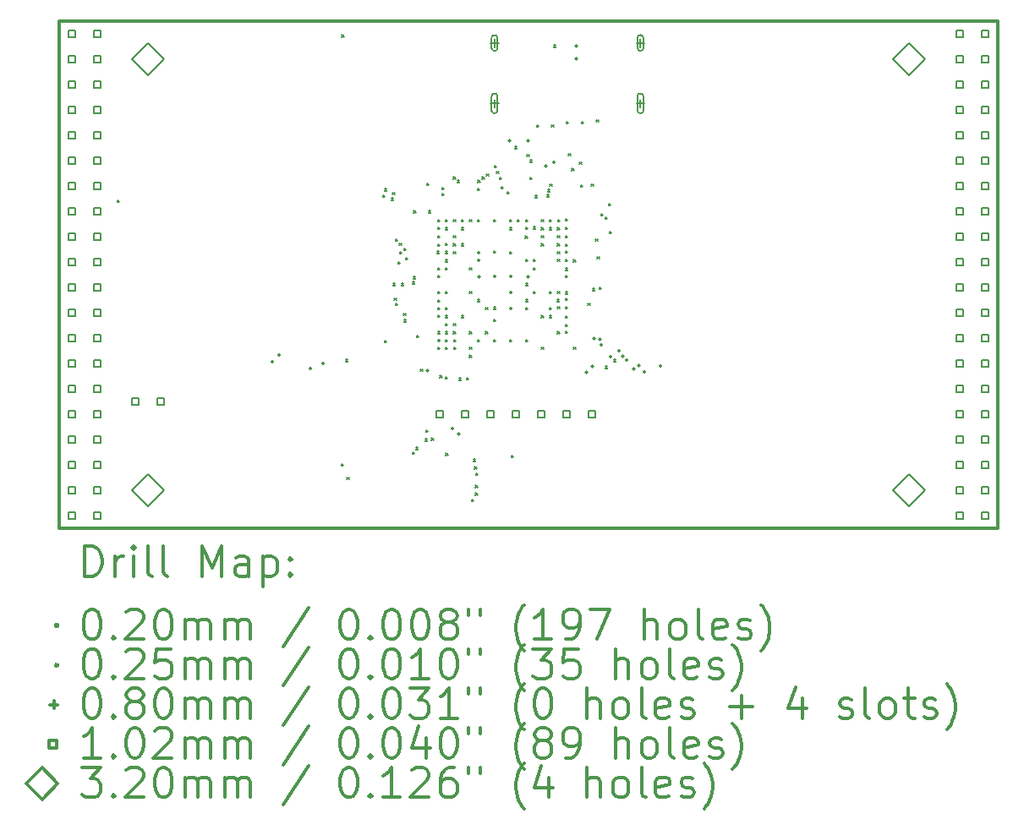
<source format=gbr>
%FSLAX45Y45*%
G04 Gerber Fmt 4.5, Leading zero omitted, Abs format (unit mm)*
G04 Created by KiCad (PCBNEW 4.0.5+dfsg1-4) date Thu May  4 11:24:44 2017*
%MOMM*%
%LPD*%
G01*
G04 APERTURE LIST*
%ADD10C,0.127000*%
%ADD11C,0.300000*%
%ADD12C,0.200000*%
G04 APERTURE END LIST*
D10*
D11*
X9410000Y-6142000D02*
X9410000Y-11222000D01*
X18808000Y-6142000D02*
X9410000Y-6142000D01*
X18808000Y-11222000D02*
X18808000Y-6142000D01*
X9410000Y-11222000D02*
X18808000Y-11222000D01*
D12*
X9991774Y-7933951D02*
X10011774Y-7953951D01*
X10011774Y-7933951D02*
X9991774Y-7953951D01*
X12236540Y-10574497D02*
X12256540Y-10594497D01*
X12256540Y-10574497D02*
X12236540Y-10594497D01*
X12238000Y-6280000D02*
X12258000Y-6300000D01*
X12258000Y-6280000D02*
X12238000Y-6300000D01*
X12278000Y-9530000D02*
X12298000Y-9550000D01*
X12298000Y-9530000D02*
X12278000Y-9550000D01*
X12288366Y-10711724D02*
X12308366Y-10731724D01*
X12308366Y-10711724D02*
X12288366Y-10731724D01*
X12650439Y-7882644D02*
X12670439Y-7902644D01*
X12670439Y-7882644D02*
X12650439Y-7902644D01*
X12667226Y-9339686D02*
X12687226Y-9359686D01*
X12687226Y-9339686D02*
X12667226Y-9359686D01*
X12667371Y-7820880D02*
X12687371Y-7840880D01*
X12687371Y-7820880D02*
X12667371Y-7840880D01*
X12734582Y-7912636D02*
X12754582Y-7932636D01*
X12754582Y-7912636D02*
X12734582Y-7932636D01*
X12746627Y-7861330D02*
X12766627Y-7881330D01*
X12766627Y-7861330D02*
X12746627Y-7881330D01*
X12751398Y-8769742D02*
X12771398Y-8789742D01*
X12771398Y-8769742D02*
X12751398Y-8789742D01*
X12764075Y-8915322D02*
X12784075Y-8935322D01*
X12784075Y-8915322D02*
X12764075Y-8935322D01*
X12775801Y-8967685D02*
X12795801Y-8987685D01*
X12795801Y-8967685D02*
X12775801Y-8987685D01*
X12778033Y-8322090D02*
X12798033Y-8342090D01*
X12798033Y-8322090D02*
X12778033Y-8342090D01*
X12800449Y-8552977D02*
X12820449Y-8572977D01*
X12820449Y-8552977D02*
X12800449Y-8572977D01*
X12814160Y-8364291D02*
X12834160Y-8384291D01*
X12834160Y-8364291D02*
X12814160Y-8384291D01*
X12817170Y-8448693D02*
X12837170Y-8468693D01*
X12837170Y-8448693D02*
X12817170Y-8468693D01*
X12835799Y-8770154D02*
X12855799Y-8790154D01*
X12855799Y-8770154D02*
X12835799Y-8790154D01*
X12858185Y-9069496D02*
X12878185Y-9089496D01*
X12878185Y-9069496D02*
X12858185Y-9089496D01*
X12860201Y-9133067D02*
X12880201Y-9153067D01*
X12880201Y-9133067D02*
X12860201Y-9153067D01*
X12861578Y-8418391D02*
X12881578Y-8438391D01*
X12881578Y-8418391D02*
X12861578Y-8438391D01*
X12878000Y-8510000D02*
X12898000Y-8530000D01*
X12898000Y-8510000D02*
X12878000Y-8530000D01*
X12946034Y-10458034D02*
X12966034Y-10478034D01*
X12966034Y-10458034D02*
X12946034Y-10478034D01*
X12947420Y-8752709D02*
X12967420Y-8772709D01*
X12967420Y-8752709D02*
X12947420Y-8772709D01*
X12952273Y-8700232D02*
X12972273Y-8720232D01*
X12972273Y-8700232D02*
X12952273Y-8720232D01*
X12958000Y-8040000D02*
X12978000Y-8060000D01*
X12978000Y-8040000D02*
X12958000Y-8060000D01*
X12978000Y-10410000D02*
X12998000Y-10430000D01*
X12998000Y-10410000D02*
X12978000Y-10430000D01*
X12988811Y-9290000D02*
X13008811Y-9310000D01*
X13008811Y-9290000D02*
X12988811Y-9310000D01*
X13025954Y-9627510D02*
X13045954Y-9647510D01*
X13045954Y-9627510D02*
X13025954Y-9647510D01*
X13073949Y-10325498D02*
X13093949Y-10345498D01*
X13093949Y-10325498D02*
X13073949Y-10345498D01*
X13083000Y-10235838D02*
X13103000Y-10255838D01*
X13103000Y-10235838D02*
X13083000Y-10255838D01*
X13087688Y-7765510D02*
X13107688Y-7785510D01*
X13107688Y-7765510D02*
X13087688Y-7785510D01*
X13108000Y-8040000D02*
X13128000Y-8060000D01*
X13128000Y-8040000D02*
X13108000Y-8060000D01*
X13135385Y-10319621D02*
X13155385Y-10339621D01*
X13155385Y-10319621D02*
X13135385Y-10339621D01*
X13193219Y-8446513D02*
X13213219Y-8466513D01*
X13213219Y-8446513D02*
X13193219Y-8466513D01*
X13197765Y-9087799D02*
X13217765Y-9107799D01*
X13217765Y-9087799D02*
X13197765Y-9107799D01*
X13198000Y-8130000D02*
X13218000Y-8150000D01*
X13218000Y-8130000D02*
X13198000Y-8150000D01*
X13198000Y-8207799D02*
X13218000Y-8227799D01*
X13218000Y-8207799D02*
X13198000Y-8227799D01*
X13198000Y-8610000D02*
X13218000Y-8630000D01*
X13218000Y-8610000D02*
X13198000Y-8630000D01*
X13198000Y-8690000D02*
X13218000Y-8710000D01*
X13218000Y-8690000D02*
X13198000Y-8710000D01*
X13198000Y-8847799D02*
X13218000Y-8867799D01*
X13218000Y-8847799D02*
X13198000Y-8867799D01*
X13198000Y-8932201D02*
X13218000Y-8952201D01*
X13218000Y-8932201D02*
X13198000Y-8952201D01*
X13198000Y-9010000D02*
X13218000Y-9030000D01*
X13218000Y-9010000D02*
X13198000Y-9030000D01*
X13198000Y-9250000D02*
X13218000Y-9270000D01*
X13218000Y-9250000D02*
X13198000Y-9270000D01*
X13198000Y-9410000D02*
X13218000Y-9430000D01*
X13218000Y-9410000D02*
X13198000Y-9430000D01*
X13198432Y-8292201D02*
X13218432Y-8312201D01*
X13218432Y-8292201D02*
X13198432Y-8312201D01*
X13201744Y-8376602D02*
X13221744Y-8396602D01*
X13221744Y-8376602D02*
X13201744Y-8396602D01*
X13222226Y-9693017D02*
X13242226Y-9713017D01*
X13242226Y-9693017D02*
X13222226Y-9713017D01*
X13240456Y-7810000D02*
X13260456Y-7830000D01*
X13260456Y-7810000D02*
X13240456Y-7830000D01*
X13240501Y-7869682D02*
X13260501Y-7889682D01*
X13260501Y-7869682D02*
X13240501Y-7889682D01*
X13274998Y-9706100D02*
X13294998Y-9726100D01*
X13294998Y-9706100D02*
X13274998Y-9726100D01*
X13275800Y-9409707D02*
X13295800Y-9429707D01*
X13295800Y-9409707D02*
X13275800Y-9429707D01*
X13277580Y-8532199D02*
X13297580Y-8552199D01*
X13297580Y-8532199D02*
X13277580Y-8552199D01*
X13278000Y-8210000D02*
X13298000Y-8230000D01*
X13298000Y-8210000D02*
X13278000Y-8230000D01*
X13278000Y-8610000D02*
X13298000Y-8630000D01*
X13298000Y-8610000D02*
X13278000Y-8630000D01*
X13278000Y-8850000D02*
X13298000Y-8870000D01*
X13298000Y-8850000D02*
X13278000Y-8870000D01*
X13278000Y-9010000D02*
X13298000Y-9030000D01*
X13298000Y-9010000D02*
X13278000Y-9030000D01*
X13278000Y-9090000D02*
X13298000Y-9110000D01*
X13298000Y-9090000D02*
X13278000Y-9110000D01*
X13278000Y-9170000D02*
X13298000Y-9190000D01*
X13298000Y-9170000D02*
X13278000Y-9190000D01*
X13278000Y-9250000D02*
X13298000Y-9270000D01*
X13298000Y-9250000D02*
X13278000Y-9270000D01*
X13278000Y-9330000D02*
X13298000Y-9350000D01*
X13298000Y-9330000D02*
X13278000Y-9350000D01*
X13278042Y-8446513D02*
X13298042Y-8466513D01*
X13298042Y-8446513D02*
X13278042Y-8466513D01*
X13278444Y-8129112D02*
X13298444Y-8149112D01*
X13298444Y-8129112D02*
X13278444Y-8149112D01*
X13278650Y-8367799D02*
X13298650Y-8387799D01*
X13298650Y-8367799D02*
X13278650Y-8387799D01*
X13281858Y-10470000D02*
X13301858Y-10490000D01*
X13301858Y-10470000D02*
X13281858Y-10490000D01*
X13356815Y-7701108D02*
X13376815Y-7721108D01*
X13376815Y-7701108D02*
X13356815Y-7721108D01*
X13357194Y-8449520D02*
X13377194Y-8469520D01*
X13377194Y-8449520D02*
X13357194Y-8469520D01*
X13358000Y-8130000D02*
X13378000Y-8150000D01*
X13378000Y-8130000D02*
X13358000Y-8150000D01*
X13358000Y-8287799D02*
X13378000Y-8307799D01*
X13378000Y-8287799D02*
X13358000Y-8307799D01*
X13358000Y-8372201D02*
X13378000Y-8392201D01*
X13378000Y-8372201D02*
X13358000Y-8392201D01*
X13358000Y-9170000D02*
X13378000Y-9190000D01*
X13378000Y-9170000D02*
X13358000Y-9190000D01*
X13358000Y-9250000D02*
X13378000Y-9270000D01*
X13378000Y-9250000D02*
X13358000Y-9270000D01*
X13358567Y-9330248D02*
X13378567Y-9350248D01*
X13378567Y-9330248D02*
X13358567Y-9350248D01*
X13361071Y-9410063D02*
X13381071Y-9430063D01*
X13381071Y-9410063D02*
X13361071Y-9430063D01*
X13395836Y-7736530D02*
X13415836Y-7756530D01*
X13415836Y-7736530D02*
X13395836Y-7756530D01*
X13409815Y-9716998D02*
X13429815Y-9736998D01*
X13429815Y-9716998D02*
X13409815Y-9736998D01*
X13438000Y-8210000D02*
X13458000Y-8230000D01*
X13458000Y-8210000D02*
X13438000Y-8230000D01*
X13438000Y-8370000D02*
X13458000Y-8390000D01*
X13458000Y-8370000D02*
X13438000Y-8390000D01*
X13438000Y-9090000D02*
X13458000Y-9110000D01*
X13458000Y-9090000D02*
X13438000Y-9110000D01*
X13438037Y-8129060D02*
X13458037Y-8149060D01*
X13458037Y-8129060D02*
X13438037Y-8149060D01*
X13488995Y-9713916D02*
X13508995Y-9733916D01*
X13508995Y-9713916D02*
X13488995Y-9733916D01*
X13517331Y-8851860D02*
X13537331Y-8871860D01*
X13537331Y-8851860D02*
X13517331Y-8871860D01*
X13517488Y-8129060D02*
X13537488Y-8149060D01*
X13537488Y-8129060D02*
X13517488Y-8149060D01*
X13518000Y-8610000D02*
X13538000Y-8630000D01*
X13538000Y-8610000D02*
X13518000Y-8630000D01*
X13518000Y-9250000D02*
X13538000Y-9270000D01*
X13538000Y-9250000D02*
X13518000Y-9270000D01*
X13518000Y-9410000D02*
X13538000Y-9430000D01*
X13538000Y-9410000D02*
X13518000Y-9430000D01*
X13518000Y-9490000D02*
X13538000Y-9510000D01*
X13538000Y-9490000D02*
X13518000Y-9510000D01*
X13537195Y-10930959D02*
X13557195Y-10950959D01*
X13557195Y-10930959D02*
X13537195Y-10950959D01*
X13558000Y-10530000D02*
X13578000Y-10550000D01*
X13578000Y-10530000D02*
X13558000Y-10550000D01*
X13567865Y-10606369D02*
X13587865Y-10626369D01*
X13587865Y-10606369D02*
X13567865Y-10626369D01*
X13575325Y-10869239D02*
X13595325Y-10889239D01*
X13595325Y-10869239D02*
X13575325Y-10889239D01*
X13575519Y-10792264D02*
X13595519Y-10812264D01*
X13595519Y-10792264D02*
X13575519Y-10812264D01*
X13578416Y-10670041D02*
X13598416Y-10690041D01*
X13598416Y-10670041D02*
X13578416Y-10690041D01*
X13598000Y-8130000D02*
X13618000Y-8150000D01*
X13618000Y-8130000D02*
X13598000Y-8150000D01*
X13598000Y-8930000D02*
X13618000Y-8950000D01*
X13618000Y-8930000D02*
X13598000Y-8950000D01*
X13598000Y-9330000D02*
X13618000Y-9350000D01*
X13618000Y-9330000D02*
X13598000Y-9350000D01*
X13600201Y-7816859D02*
X13620201Y-7836859D01*
X13620201Y-7816859D02*
X13600201Y-7836859D01*
X13602332Y-7737368D02*
X13622332Y-7757368D01*
X13622332Y-7737368D02*
X13602332Y-7757368D01*
X13644051Y-7700798D02*
X13664051Y-7720798D01*
X13664051Y-7700798D02*
X13644051Y-7720798D01*
X13678000Y-9010000D02*
X13698000Y-9030000D01*
X13698000Y-9010000D02*
X13678000Y-9030000D01*
X13678000Y-9250000D02*
X13698000Y-9270000D01*
X13698000Y-9250000D02*
X13678000Y-9270000D01*
X13686786Y-7669785D02*
X13706786Y-7689785D01*
X13706786Y-7669785D02*
X13686786Y-7689785D01*
X13756589Y-9130245D02*
X13776589Y-9150245D01*
X13776589Y-9130245D02*
X13756589Y-9150245D01*
X13758000Y-8130000D02*
X13778000Y-8150000D01*
X13778000Y-8130000D02*
X13758000Y-8150000D01*
X13758000Y-9007299D02*
X13778000Y-9027299D01*
X13778000Y-9007299D02*
X13758000Y-9027299D01*
X13758000Y-9330000D02*
X13778000Y-9350000D01*
X13778000Y-9330000D02*
X13758000Y-9350000D01*
X13758056Y-8443409D02*
X13778056Y-8463409D01*
X13778056Y-8443409D02*
X13758056Y-8463409D01*
X13765456Y-7587419D02*
X13785456Y-7607419D01*
X13785456Y-7587419D02*
X13765456Y-7607419D01*
X13787496Y-7647724D02*
X13807496Y-7667724D01*
X13807496Y-7647724D02*
X13787496Y-7667724D01*
X13819197Y-7706418D02*
X13839197Y-7726418D01*
X13839197Y-7706418D02*
X13819197Y-7726418D01*
X13837475Y-7801776D02*
X13857475Y-7821776D01*
X13857475Y-7801776D02*
X13837475Y-7821776D01*
X13893099Y-7850080D02*
X13913099Y-7870080D01*
X13913099Y-7850080D02*
X13893099Y-7870080D01*
X13917252Y-8451135D02*
X13937252Y-8471135D01*
X13937252Y-8451135D02*
X13917252Y-8471135D01*
X13918000Y-8130000D02*
X13938000Y-8150000D01*
X13938000Y-8130000D02*
X13918000Y-8150000D01*
X13918000Y-8210000D02*
X13938000Y-8230000D01*
X13938000Y-8210000D02*
X13918000Y-8230000D01*
X13918000Y-9330000D02*
X13938000Y-9350000D01*
X13938000Y-9330000D02*
X13918000Y-9350000D01*
X13938000Y-10490000D02*
X13958000Y-10510000D01*
X13958000Y-10490000D02*
X13938000Y-10510000D01*
X13968250Y-7397346D02*
X13988250Y-7417346D01*
X13988250Y-7397346D02*
X13968250Y-7417346D01*
X13998000Y-8130000D02*
X14018000Y-8150000D01*
X14018000Y-8130000D02*
X13998000Y-8150000D01*
X14076403Y-8294140D02*
X14096403Y-8314140D01*
X14096403Y-8294140D02*
X14076403Y-8314140D01*
X14078000Y-8530000D02*
X14098000Y-8550000D01*
X14098000Y-8530000D02*
X14078000Y-8550000D01*
X14078000Y-8770000D02*
X14098000Y-8790000D01*
X14098000Y-8770000D02*
X14078000Y-8790000D01*
X14078000Y-8930000D02*
X14098000Y-8950000D01*
X14098000Y-8930000D02*
X14078000Y-8950000D01*
X14078000Y-9010000D02*
X14098000Y-9030000D01*
X14098000Y-9010000D02*
X14078000Y-9030000D01*
X14078000Y-9330000D02*
X14098000Y-9350000D01*
X14098000Y-9330000D02*
X14078000Y-9350000D01*
X14080201Y-8207928D02*
X14100201Y-8227928D01*
X14100201Y-8207928D02*
X14080201Y-8227928D01*
X14082401Y-8127559D02*
X14102401Y-8147559D01*
X14102401Y-8127559D02*
X14082401Y-8147559D01*
X14094664Y-7477380D02*
X14114664Y-7497380D01*
X14114664Y-7477380D02*
X14094664Y-7497380D01*
X14122988Y-7531564D02*
X14142988Y-7551564D01*
X14142988Y-7531564D02*
X14122988Y-7551564D01*
X14124602Y-7707029D02*
X14144602Y-7727029D01*
X14144602Y-7707029D02*
X14124602Y-7727029D01*
X14155799Y-8203034D02*
X14175799Y-8223034D01*
X14175799Y-8203034D02*
X14155799Y-8223034D01*
X14158000Y-8530000D02*
X14178000Y-8550000D01*
X14178000Y-8530000D02*
X14158000Y-8550000D01*
X14158000Y-8610000D02*
X14178000Y-8630000D01*
X14178000Y-8610000D02*
X14158000Y-8630000D01*
X14158000Y-8850000D02*
X14178000Y-8870000D01*
X14178000Y-8850000D02*
X14158000Y-8870000D01*
X14175304Y-7886864D02*
X14195304Y-7906864D01*
X14195304Y-7886864D02*
X14175304Y-7906864D01*
X14188614Y-7179985D02*
X14208614Y-7199985D01*
X14208614Y-7179985D02*
X14188614Y-7199985D01*
X14235799Y-8128224D02*
X14255799Y-8148224D01*
X14255799Y-8128224D02*
X14235799Y-8148224D01*
X14235799Y-8209139D02*
X14255799Y-8229139D01*
X14255799Y-8209139D02*
X14235799Y-8229139D01*
X14237355Y-8289891D02*
X14257355Y-8309891D01*
X14257355Y-8289891D02*
X14237355Y-8309891D01*
X14238000Y-8370000D02*
X14258000Y-8390000D01*
X14258000Y-8370000D02*
X14238000Y-8390000D01*
X14238000Y-9090000D02*
X14258000Y-9110000D01*
X14258000Y-9090000D02*
X14238000Y-9110000D01*
X14238000Y-9410000D02*
X14258000Y-9430000D01*
X14258000Y-9410000D02*
X14238000Y-9430000D01*
X14291994Y-7880304D02*
X14311994Y-7900304D01*
X14311994Y-7880304D02*
X14291994Y-7900304D01*
X14298670Y-7828027D02*
X14318670Y-7848027D01*
X14318670Y-7828027D02*
X14298670Y-7848027D01*
X14317803Y-8849503D02*
X14337803Y-8869503D01*
X14337803Y-8849503D02*
X14317803Y-8869503D01*
X14318000Y-9090000D02*
X14338000Y-9110000D01*
X14338000Y-9090000D02*
X14318000Y-9110000D01*
X14318182Y-9010195D02*
X14338182Y-9030195D01*
X14338182Y-9010195D02*
X14318182Y-9030195D01*
X14320201Y-8128173D02*
X14340201Y-8148173D01*
X14340201Y-8128173D02*
X14320201Y-8148173D01*
X14320201Y-8209499D02*
X14340201Y-8229499D01*
X14340201Y-8209499D02*
X14320201Y-8229499D01*
X14322321Y-7773748D02*
X14342321Y-7793748D01*
X14342321Y-7773748D02*
X14322321Y-7793748D01*
X14338000Y-7180000D02*
X14358000Y-7200000D01*
X14358000Y-7180000D02*
X14338000Y-7200000D01*
X14358000Y-6380000D02*
X14378000Y-6400000D01*
X14378000Y-6380000D02*
X14358000Y-6400000D01*
X14393579Y-8929761D02*
X14413579Y-8949761D01*
X14413579Y-8929761D02*
X14393579Y-8949761D01*
X14397690Y-8208645D02*
X14417690Y-8228645D01*
X14417690Y-8208645D02*
X14397690Y-8228645D01*
X14398000Y-8290000D02*
X14418000Y-8310000D01*
X14418000Y-8290000D02*
X14398000Y-8310000D01*
X14398000Y-8370000D02*
X14418000Y-8390000D01*
X14418000Y-8370000D02*
X14398000Y-8390000D01*
X14398000Y-8450000D02*
X14418000Y-8470000D01*
X14418000Y-8450000D02*
X14398000Y-8470000D01*
X14398000Y-9250000D02*
X14418000Y-9270000D01*
X14418000Y-9250000D02*
X14398000Y-9270000D01*
X14398052Y-8529722D02*
X14418052Y-8549722D01*
X14418052Y-8529722D02*
X14398052Y-8549722D01*
X14398242Y-9003286D02*
X14418242Y-9023286D01*
X14418242Y-9003286D02*
X14398242Y-9023286D01*
X14398283Y-8848451D02*
X14418283Y-8868451D01*
X14418283Y-8848451D02*
X14398283Y-8868451D01*
X14404602Y-8127478D02*
X14424602Y-8147478D01*
X14424602Y-8127478D02*
X14404602Y-8147478D01*
X14476639Y-8123398D02*
X14496639Y-8143398D01*
X14496639Y-8123398D02*
X14476639Y-8143398D01*
X14476942Y-8918885D02*
X14496942Y-8938885D01*
X14496942Y-8918885D02*
X14476942Y-8938885D01*
X14477765Y-8852201D02*
X14497765Y-8872201D01*
X14497765Y-8852201D02*
X14477765Y-8872201D01*
X14477769Y-8443293D02*
X14497769Y-8463293D01*
X14497769Y-8443293D02*
X14477769Y-8463293D01*
X14478235Y-9247799D02*
X14498235Y-9267799D01*
X14498235Y-9247799D02*
X14478235Y-9267799D01*
X14478278Y-9177765D02*
X14498278Y-9197765D01*
X14498278Y-9177765D02*
X14478278Y-9197765D01*
X14478509Y-8207799D02*
X14498509Y-8227799D01*
X14498509Y-8207799D02*
X14478509Y-8227799D01*
X14478522Y-9092124D02*
X14498522Y-9112124D01*
X14498522Y-9092124D02*
X14478522Y-9112124D01*
X14478569Y-9003286D02*
X14498569Y-9023286D01*
X14498569Y-9003286D02*
X14478569Y-9023286D01*
X14478654Y-8528519D02*
X14498654Y-8548519D01*
X14498654Y-8528519D02*
X14478654Y-8548519D01*
X14478856Y-8689382D02*
X14498856Y-8709382D01*
X14498856Y-8689382D02*
X14478856Y-8709382D01*
X14479038Y-8376602D02*
X14499038Y-8396602D01*
X14499038Y-8376602D02*
X14479038Y-8396602D01*
X14479410Y-8292201D02*
X14499410Y-8312201D01*
X14499410Y-8292201D02*
X14479410Y-8312201D01*
X14480128Y-8616874D02*
X14500128Y-8636874D01*
X14500128Y-8616874D02*
X14480128Y-8636874D01*
X14487317Y-7149740D02*
X14507317Y-7169740D01*
X14507317Y-7149740D02*
X14487317Y-7169740D01*
X14507287Y-7469262D02*
X14527287Y-7489262D01*
X14527287Y-7469262D02*
X14507287Y-7489262D01*
X14542036Y-7617065D02*
X14562036Y-7637065D01*
X14562036Y-7617065D02*
X14542036Y-7637065D01*
X14558000Y-8532201D02*
X14578000Y-8552201D01*
X14578000Y-8532201D02*
X14558000Y-8552201D01*
X14558000Y-9410000D02*
X14578000Y-9430000D01*
X14578000Y-9410000D02*
X14558000Y-9430000D01*
X14618911Y-7553663D02*
X14638911Y-7573663D01*
X14638911Y-7553663D02*
X14618911Y-7573663D01*
X14628717Y-7781899D02*
X14648717Y-7801899D01*
X14648717Y-7781899D02*
X14628717Y-7801899D01*
X14637468Y-7149146D02*
X14657468Y-7169146D01*
X14657468Y-7149146D02*
X14637468Y-7169146D01*
X14702397Y-8966762D02*
X14722397Y-8986762D01*
X14722397Y-8966762D02*
X14702397Y-8986762D01*
X14738000Y-7772201D02*
X14758000Y-7792201D01*
X14758000Y-7772201D02*
X14738000Y-7792201D01*
X14749599Y-8818958D02*
X14769599Y-8838958D01*
X14769599Y-8818958D02*
X14749599Y-8838958D01*
X14778000Y-8321986D02*
X14798000Y-8341986D01*
X14798000Y-8321986D02*
X14778000Y-8341986D01*
X14788000Y-7132120D02*
X14808000Y-7152120D01*
X14808000Y-7132120D02*
X14788000Y-7152120D01*
X14796398Y-8501490D02*
X14816398Y-8521490D01*
X14816398Y-8501490D02*
X14796398Y-8521490D01*
X14818000Y-8807799D02*
X14838000Y-8827799D01*
X14838000Y-8807799D02*
X14818000Y-8827799D01*
X14836824Y-8069048D02*
X14856824Y-8089048D01*
X14856824Y-8069048D02*
X14836824Y-8089048D01*
X14877794Y-8102197D02*
X14897794Y-8122197D01*
X14897794Y-8102197D02*
X14877794Y-8122197D01*
X14878000Y-9600000D02*
X14898000Y-9620000D01*
X14898000Y-9600000D02*
X14878000Y-9620000D01*
X14908500Y-7970000D02*
X14928500Y-7990000D01*
X14928500Y-7970000D02*
X14908500Y-7990000D01*
X14918000Y-8250000D02*
X14938000Y-8270000D01*
X14938000Y-8250000D02*
X14918000Y-8270000D01*
X14960083Y-9531764D02*
X14980083Y-9551764D01*
X14980083Y-9531764D02*
X14960083Y-9551764D01*
X11552883Y-9551316D02*
G75*
G03X11552883Y-9551316I-12700J0D01*
G01*
X11620298Y-9483901D02*
G75*
G03X11620298Y-9483901I-12700J0D01*
G01*
X11936401Y-9618851D02*
G75*
G03X11936401Y-9618851I-12700J0D01*
G01*
X12061944Y-9567356D02*
G75*
G03X12061944Y-9567356I-12700J0D01*
G01*
X13107902Y-9644136D02*
G75*
G03X13107902Y-9644136I-12700J0D01*
G01*
X13220700Y-9340000D02*
G75*
G03X13220700Y-9340000I-12700J0D01*
G01*
X13357629Y-10223262D02*
G75*
G03X13357629Y-10223262I-12700J0D01*
G01*
X13420141Y-10275223D02*
G75*
G03X13420141Y-10275223I-12700J0D01*
G01*
X13620700Y-8460000D02*
G75*
G03X13620700Y-8460000I-12700J0D01*
G01*
X13620700Y-8540000D02*
G75*
G03X13620700Y-8540000I-12700J0D01*
G01*
X13623799Y-8699540D02*
G75*
G03X13623799Y-8699540I-12700J0D01*
G01*
X13780700Y-8700000D02*
G75*
G03X13780700Y-8700000I-12700J0D01*
G01*
X13931242Y-7337804D02*
G75*
G03X13931242Y-7337804I-12700J0D01*
G01*
X13940700Y-8700000D02*
G75*
G03X13940700Y-8700000I-12700J0D01*
G01*
X13940700Y-8860000D02*
G75*
G03X13940700Y-8860000I-12700J0D01*
G01*
X13940989Y-9018547D02*
G75*
G03X13940989Y-9018547I-12700J0D01*
G01*
X14115614Y-7339101D02*
G75*
G03X14115614Y-7339101I-12700J0D01*
G01*
X14116986Y-8699500D02*
G75*
G03X14116986Y-8699500I-12700J0D01*
G01*
X14290285Y-7593915D02*
G75*
G03X14290285Y-7593915I-12700J0D01*
G01*
X14375267Y-7552125D02*
G75*
G03X14375267Y-7552125I-12700J0D01*
G01*
X14597886Y-6518923D02*
G75*
G03X14597886Y-6518923I-12700J0D01*
G01*
X14600073Y-6392085D02*
G75*
G03X14600073Y-6392085I-12700J0D01*
G01*
X14700700Y-9660000D02*
G75*
G03X14700700Y-9660000I-12700J0D01*
G01*
X14756716Y-9601454D02*
G75*
G03X14756716Y-9601454I-12700J0D01*
G01*
X14777147Y-9322948D02*
G75*
G03X14777147Y-9322948I-12700J0D01*
G01*
X14835104Y-9327037D02*
G75*
G03X14835104Y-9327037I-12700J0D01*
G01*
X14846929Y-9383922D02*
G75*
G03X14846929Y-9383922I-12700J0D01*
G01*
X14941590Y-9504387D02*
G75*
G03X14941590Y-9504387I-12700J0D01*
G01*
X15025690Y-9441490D02*
G75*
G03X15025690Y-9441490I-12700J0D01*
G01*
X15062355Y-9498156D02*
G75*
G03X15062355Y-9498156I-12700J0D01*
G01*
X15102959Y-9539714D02*
G75*
G03X15102959Y-9539714I-12700J0D01*
G01*
X15174658Y-9622822D02*
G75*
G03X15174658Y-9622822I-12700J0D01*
G01*
X15224569Y-9589479D02*
G75*
G03X15224569Y-9589479I-12700J0D01*
G01*
X15280700Y-9655099D02*
G75*
G03X15280700Y-9655099I-12700J0D01*
G01*
X15440260Y-9592491D02*
G75*
G03X15440260Y-9592491I-12700J0D01*
G01*
X13768000Y-6320000D02*
X13768000Y-6400000D01*
X13728000Y-6360000D02*
X13808000Y-6360000D01*
X13738000Y-6310000D02*
X13738000Y-6410000D01*
X13798000Y-6310000D02*
X13798000Y-6410000D01*
X13738000Y-6410000D02*
G75*
G03X13798000Y-6410000I30000J0D01*
G01*
X13798000Y-6310000D02*
G75*
G03X13738000Y-6310000I-30000J0D01*
G01*
X13768000Y-6925000D02*
X13768000Y-7005000D01*
X13728000Y-6965000D02*
X13808000Y-6965000D01*
X13738000Y-6895000D02*
X13738000Y-7035000D01*
X13798000Y-6895000D02*
X13798000Y-7035000D01*
X13738000Y-7035000D02*
G75*
G03X13798000Y-7035000I30000J0D01*
G01*
X13798000Y-6895000D02*
G75*
G03X13738000Y-6895000I-30000J0D01*
G01*
X15228000Y-6320000D02*
X15228000Y-6400000D01*
X15188000Y-6360000D02*
X15268000Y-6360000D01*
X15198000Y-6310000D02*
X15198000Y-6410000D01*
X15258000Y-6310000D02*
X15258000Y-6410000D01*
X15198000Y-6410000D02*
G75*
G03X15258000Y-6410000I30000J0D01*
G01*
X15258000Y-6310000D02*
G75*
G03X15198000Y-6310000I-30000J0D01*
G01*
X15228000Y-6925000D02*
X15228000Y-7005000D01*
X15188000Y-6965000D02*
X15268000Y-6965000D01*
X15198000Y-6895000D02*
X15198000Y-7035000D01*
X15258000Y-6895000D02*
X15258000Y-7035000D01*
X15198000Y-7035000D02*
G75*
G03X15258000Y-7035000I30000J0D01*
G01*
X15258000Y-6895000D02*
G75*
G03X15198000Y-6895000I-30000J0D01*
G01*
X9572921Y-6304921D02*
X9572921Y-6233079D01*
X9501079Y-6233079D01*
X9501079Y-6304921D01*
X9572921Y-6304921D01*
X9572921Y-6558921D02*
X9572921Y-6487079D01*
X9501079Y-6487079D01*
X9501079Y-6558921D01*
X9572921Y-6558921D01*
X9572921Y-6812921D02*
X9572921Y-6741079D01*
X9501079Y-6741079D01*
X9501079Y-6812921D01*
X9572921Y-6812921D01*
X9572921Y-7066921D02*
X9572921Y-6995079D01*
X9501079Y-6995079D01*
X9501079Y-7066921D01*
X9572921Y-7066921D01*
X9572921Y-7320921D02*
X9572921Y-7249079D01*
X9501079Y-7249079D01*
X9501079Y-7320921D01*
X9572921Y-7320921D01*
X9572921Y-7574921D02*
X9572921Y-7503079D01*
X9501079Y-7503079D01*
X9501079Y-7574921D01*
X9572921Y-7574921D01*
X9572921Y-7828921D02*
X9572921Y-7757079D01*
X9501079Y-7757079D01*
X9501079Y-7828921D01*
X9572921Y-7828921D01*
X9572921Y-8082921D02*
X9572921Y-8011079D01*
X9501079Y-8011079D01*
X9501079Y-8082921D01*
X9572921Y-8082921D01*
X9572921Y-8336921D02*
X9572921Y-8265079D01*
X9501079Y-8265079D01*
X9501079Y-8336921D01*
X9572921Y-8336921D01*
X9572921Y-8590921D02*
X9572921Y-8519079D01*
X9501079Y-8519079D01*
X9501079Y-8590921D01*
X9572921Y-8590921D01*
X9572921Y-8844921D02*
X9572921Y-8773079D01*
X9501079Y-8773079D01*
X9501079Y-8844921D01*
X9572921Y-8844921D01*
X9572921Y-9098921D02*
X9572921Y-9027079D01*
X9501079Y-9027079D01*
X9501079Y-9098921D01*
X9572921Y-9098921D01*
X9572921Y-9352921D02*
X9572921Y-9281079D01*
X9501079Y-9281079D01*
X9501079Y-9352921D01*
X9572921Y-9352921D01*
X9572921Y-9606921D02*
X9572921Y-9535079D01*
X9501079Y-9535079D01*
X9501079Y-9606921D01*
X9572921Y-9606921D01*
X9572921Y-9860921D02*
X9572921Y-9789079D01*
X9501079Y-9789079D01*
X9501079Y-9860921D01*
X9572921Y-9860921D01*
X9572921Y-10114921D02*
X9572921Y-10043079D01*
X9501079Y-10043079D01*
X9501079Y-10114921D01*
X9572921Y-10114921D01*
X9572921Y-10368921D02*
X9572921Y-10297079D01*
X9501079Y-10297079D01*
X9501079Y-10368921D01*
X9572921Y-10368921D01*
X9572921Y-10622921D02*
X9572921Y-10551079D01*
X9501079Y-10551079D01*
X9501079Y-10622921D01*
X9572921Y-10622921D01*
X9572921Y-10876921D02*
X9572921Y-10805079D01*
X9501079Y-10805079D01*
X9501079Y-10876921D01*
X9572921Y-10876921D01*
X9572921Y-11130921D02*
X9572921Y-11059079D01*
X9501079Y-11059079D01*
X9501079Y-11130921D01*
X9572921Y-11130921D01*
X9826921Y-6304921D02*
X9826921Y-6233079D01*
X9755079Y-6233079D01*
X9755079Y-6304921D01*
X9826921Y-6304921D01*
X9826921Y-6558921D02*
X9826921Y-6487079D01*
X9755079Y-6487079D01*
X9755079Y-6558921D01*
X9826921Y-6558921D01*
X9826921Y-6812921D02*
X9826921Y-6741079D01*
X9755079Y-6741079D01*
X9755079Y-6812921D01*
X9826921Y-6812921D01*
X9826921Y-7066921D02*
X9826921Y-6995079D01*
X9755079Y-6995079D01*
X9755079Y-7066921D01*
X9826921Y-7066921D01*
X9826921Y-7320921D02*
X9826921Y-7249079D01*
X9755079Y-7249079D01*
X9755079Y-7320921D01*
X9826921Y-7320921D01*
X9826921Y-7574921D02*
X9826921Y-7503079D01*
X9755079Y-7503079D01*
X9755079Y-7574921D01*
X9826921Y-7574921D01*
X9826921Y-7828921D02*
X9826921Y-7757079D01*
X9755079Y-7757079D01*
X9755079Y-7828921D01*
X9826921Y-7828921D01*
X9826921Y-8082921D02*
X9826921Y-8011079D01*
X9755079Y-8011079D01*
X9755079Y-8082921D01*
X9826921Y-8082921D01*
X9826921Y-8336921D02*
X9826921Y-8265079D01*
X9755079Y-8265079D01*
X9755079Y-8336921D01*
X9826921Y-8336921D01*
X9826921Y-8590921D02*
X9826921Y-8519079D01*
X9755079Y-8519079D01*
X9755079Y-8590921D01*
X9826921Y-8590921D01*
X9826921Y-8844921D02*
X9826921Y-8773079D01*
X9755079Y-8773079D01*
X9755079Y-8844921D01*
X9826921Y-8844921D01*
X9826921Y-9098921D02*
X9826921Y-9027079D01*
X9755079Y-9027079D01*
X9755079Y-9098921D01*
X9826921Y-9098921D01*
X9826921Y-9352921D02*
X9826921Y-9281079D01*
X9755079Y-9281079D01*
X9755079Y-9352921D01*
X9826921Y-9352921D01*
X9826921Y-9606921D02*
X9826921Y-9535079D01*
X9755079Y-9535079D01*
X9755079Y-9606921D01*
X9826921Y-9606921D01*
X9826921Y-9860921D02*
X9826921Y-9789079D01*
X9755079Y-9789079D01*
X9755079Y-9860921D01*
X9826921Y-9860921D01*
X9826921Y-10114921D02*
X9826921Y-10043079D01*
X9755079Y-10043079D01*
X9755079Y-10114921D01*
X9826921Y-10114921D01*
X9826921Y-10368921D02*
X9826921Y-10297079D01*
X9755079Y-10297079D01*
X9755079Y-10368921D01*
X9826921Y-10368921D01*
X9826921Y-10622921D02*
X9826921Y-10551079D01*
X9755079Y-10551079D01*
X9755079Y-10622921D01*
X9826921Y-10622921D01*
X9826921Y-10876921D02*
X9826921Y-10805079D01*
X9755079Y-10805079D01*
X9755079Y-10876921D01*
X9826921Y-10876921D01*
X9826921Y-11130921D02*
X9826921Y-11059079D01*
X9755079Y-11059079D01*
X9755079Y-11130921D01*
X9826921Y-11130921D01*
X10207921Y-9987921D02*
X10207921Y-9916079D01*
X10136079Y-9916079D01*
X10136079Y-9987921D01*
X10207921Y-9987921D01*
X10461921Y-9987921D02*
X10461921Y-9916079D01*
X10390079Y-9916079D01*
X10390079Y-9987921D01*
X10461921Y-9987921D01*
X13255921Y-10114921D02*
X13255921Y-10043079D01*
X13184079Y-10043079D01*
X13184079Y-10114921D01*
X13255921Y-10114921D01*
X13509921Y-10114921D02*
X13509921Y-10043079D01*
X13438079Y-10043079D01*
X13438079Y-10114921D01*
X13509921Y-10114921D01*
X13763921Y-10114921D02*
X13763921Y-10043079D01*
X13692079Y-10043079D01*
X13692079Y-10114921D01*
X13763921Y-10114921D01*
X14017921Y-10114921D02*
X14017921Y-10043079D01*
X13946079Y-10043079D01*
X13946079Y-10114921D01*
X14017921Y-10114921D01*
X14271921Y-10114921D02*
X14271921Y-10043079D01*
X14200079Y-10043079D01*
X14200079Y-10114921D01*
X14271921Y-10114921D01*
X14525921Y-10114921D02*
X14525921Y-10043079D01*
X14454079Y-10043079D01*
X14454079Y-10114921D01*
X14525921Y-10114921D01*
X14779921Y-10114921D02*
X14779921Y-10043079D01*
X14708079Y-10043079D01*
X14708079Y-10114921D01*
X14779921Y-10114921D01*
X18462921Y-6304921D02*
X18462921Y-6233079D01*
X18391079Y-6233079D01*
X18391079Y-6304921D01*
X18462921Y-6304921D01*
X18462921Y-6558921D02*
X18462921Y-6487079D01*
X18391079Y-6487079D01*
X18391079Y-6558921D01*
X18462921Y-6558921D01*
X18462921Y-6812921D02*
X18462921Y-6741079D01*
X18391079Y-6741079D01*
X18391079Y-6812921D01*
X18462921Y-6812921D01*
X18462921Y-7066921D02*
X18462921Y-6995079D01*
X18391079Y-6995079D01*
X18391079Y-7066921D01*
X18462921Y-7066921D01*
X18462921Y-7320921D02*
X18462921Y-7249079D01*
X18391079Y-7249079D01*
X18391079Y-7320921D01*
X18462921Y-7320921D01*
X18462921Y-7574921D02*
X18462921Y-7503079D01*
X18391079Y-7503079D01*
X18391079Y-7574921D01*
X18462921Y-7574921D01*
X18462921Y-7828921D02*
X18462921Y-7757079D01*
X18391079Y-7757079D01*
X18391079Y-7828921D01*
X18462921Y-7828921D01*
X18462921Y-8082921D02*
X18462921Y-8011079D01*
X18391079Y-8011079D01*
X18391079Y-8082921D01*
X18462921Y-8082921D01*
X18462921Y-8336921D02*
X18462921Y-8265079D01*
X18391079Y-8265079D01*
X18391079Y-8336921D01*
X18462921Y-8336921D01*
X18462921Y-8590921D02*
X18462921Y-8519079D01*
X18391079Y-8519079D01*
X18391079Y-8590921D01*
X18462921Y-8590921D01*
X18462921Y-8844921D02*
X18462921Y-8773079D01*
X18391079Y-8773079D01*
X18391079Y-8844921D01*
X18462921Y-8844921D01*
X18462921Y-9098921D02*
X18462921Y-9027079D01*
X18391079Y-9027079D01*
X18391079Y-9098921D01*
X18462921Y-9098921D01*
X18462921Y-9352921D02*
X18462921Y-9281079D01*
X18391079Y-9281079D01*
X18391079Y-9352921D01*
X18462921Y-9352921D01*
X18462921Y-9606921D02*
X18462921Y-9535079D01*
X18391079Y-9535079D01*
X18391079Y-9606921D01*
X18462921Y-9606921D01*
X18462921Y-9860921D02*
X18462921Y-9789079D01*
X18391079Y-9789079D01*
X18391079Y-9860921D01*
X18462921Y-9860921D01*
X18462921Y-10114921D02*
X18462921Y-10043079D01*
X18391079Y-10043079D01*
X18391079Y-10114921D01*
X18462921Y-10114921D01*
X18462921Y-10368921D02*
X18462921Y-10297079D01*
X18391079Y-10297079D01*
X18391079Y-10368921D01*
X18462921Y-10368921D01*
X18462921Y-10622921D02*
X18462921Y-10551079D01*
X18391079Y-10551079D01*
X18391079Y-10622921D01*
X18462921Y-10622921D01*
X18462921Y-10876921D02*
X18462921Y-10805079D01*
X18391079Y-10805079D01*
X18391079Y-10876921D01*
X18462921Y-10876921D01*
X18462921Y-11130921D02*
X18462921Y-11059079D01*
X18391079Y-11059079D01*
X18391079Y-11130921D01*
X18462921Y-11130921D01*
X18716921Y-6304921D02*
X18716921Y-6233079D01*
X18645079Y-6233079D01*
X18645079Y-6304921D01*
X18716921Y-6304921D01*
X18716921Y-6558921D02*
X18716921Y-6487079D01*
X18645079Y-6487079D01*
X18645079Y-6558921D01*
X18716921Y-6558921D01*
X18716921Y-6812921D02*
X18716921Y-6741079D01*
X18645079Y-6741079D01*
X18645079Y-6812921D01*
X18716921Y-6812921D01*
X18716921Y-7066921D02*
X18716921Y-6995079D01*
X18645079Y-6995079D01*
X18645079Y-7066921D01*
X18716921Y-7066921D01*
X18716921Y-7320921D02*
X18716921Y-7249079D01*
X18645079Y-7249079D01*
X18645079Y-7320921D01*
X18716921Y-7320921D01*
X18716921Y-7574921D02*
X18716921Y-7503079D01*
X18645079Y-7503079D01*
X18645079Y-7574921D01*
X18716921Y-7574921D01*
X18716921Y-7828921D02*
X18716921Y-7757079D01*
X18645079Y-7757079D01*
X18645079Y-7828921D01*
X18716921Y-7828921D01*
X18716921Y-8082921D02*
X18716921Y-8011079D01*
X18645079Y-8011079D01*
X18645079Y-8082921D01*
X18716921Y-8082921D01*
X18716921Y-8336921D02*
X18716921Y-8265079D01*
X18645079Y-8265079D01*
X18645079Y-8336921D01*
X18716921Y-8336921D01*
X18716921Y-8590921D02*
X18716921Y-8519079D01*
X18645079Y-8519079D01*
X18645079Y-8590921D01*
X18716921Y-8590921D01*
X18716921Y-8844921D02*
X18716921Y-8773079D01*
X18645079Y-8773079D01*
X18645079Y-8844921D01*
X18716921Y-8844921D01*
X18716921Y-9098921D02*
X18716921Y-9027079D01*
X18645079Y-9027079D01*
X18645079Y-9098921D01*
X18716921Y-9098921D01*
X18716921Y-9352921D02*
X18716921Y-9281079D01*
X18645079Y-9281079D01*
X18645079Y-9352921D01*
X18716921Y-9352921D01*
X18716921Y-9606921D02*
X18716921Y-9535079D01*
X18645079Y-9535079D01*
X18645079Y-9606921D01*
X18716921Y-9606921D01*
X18716921Y-9860921D02*
X18716921Y-9789079D01*
X18645079Y-9789079D01*
X18645079Y-9860921D01*
X18716921Y-9860921D01*
X18716921Y-10114921D02*
X18716921Y-10043079D01*
X18645079Y-10043079D01*
X18645079Y-10114921D01*
X18716921Y-10114921D01*
X18716921Y-10368921D02*
X18716921Y-10297079D01*
X18645079Y-10297079D01*
X18645079Y-10368921D01*
X18716921Y-10368921D01*
X18716921Y-10622921D02*
X18716921Y-10551079D01*
X18645079Y-10551079D01*
X18645079Y-10622921D01*
X18716921Y-10622921D01*
X18716921Y-10876921D02*
X18716921Y-10805079D01*
X18645079Y-10805079D01*
X18645079Y-10876921D01*
X18716921Y-10876921D01*
X18716921Y-11130921D02*
X18716921Y-11059079D01*
X18645079Y-11059079D01*
X18645079Y-11130921D01*
X18716921Y-11130921D01*
X10299000Y-6683000D02*
X10459000Y-6523000D01*
X10299000Y-6363000D01*
X10139000Y-6523000D01*
X10299000Y-6683000D01*
X10299000Y-11001000D02*
X10459000Y-10841000D01*
X10299000Y-10681000D01*
X10139000Y-10841000D01*
X10299000Y-11001000D01*
X17919000Y-6683000D02*
X18079000Y-6523000D01*
X17919000Y-6363000D01*
X17759000Y-6523000D01*
X17919000Y-6683000D01*
X17919000Y-11001000D02*
X18079000Y-10841000D01*
X17919000Y-10681000D01*
X17759000Y-10841000D01*
X17919000Y-11001000D01*
D11*
X9666429Y-11702714D02*
X9666429Y-11402714D01*
X9737857Y-11402714D01*
X9780714Y-11417000D01*
X9809286Y-11445571D01*
X9823571Y-11474143D01*
X9837857Y-11531286D01*
X9837857Y-11574143D01*
X9823571Y-11631286D01*
X9809286Y-11659857D01*
X9780714Y-11688429D01*
X9737857Y-11702714D01*
X9666429Y-11702714D01*
X9966429Y-11702714D02*
X9966429Y-11502714D01*
X9966429Y-11559857D02*
X9980714Y-11531286D01*
X9995000Y-11517000D01*
X10023571Y-11502714D01*
X10052143Y-11502714D01*
X10152143Y-11702714D02*
X10152143Y-11502714D01*
X10152143Y-11402714D02*
X10137857Y-11417000D01*
X10152143Y-11431286D01*
X10166429Y-11417000D01*
X10152143Y-11402714D01*
X10152143Y-11431286D01*
X10337857Y-11702714D02*
X10309286Y-11688429D01*
X10295000Y-11659857D01*
X10295000Y-11402714D01*
X10495000Y-11702714D02*
X10466429Y-11688429D01*
X10452143Y-11659857D01*
X10452143Y-11402714D01*
X10837857Y-11702714D02*
X10837857Y-11402714D01*
X10937857Y-11617000D01*
X11037857Y-11402714D01*
X11037857Y-11702714D01*
X11309286Y-11702714D02*
X11309286Y-11545571D01*
X11295000Y-11517000D01*
X11266428Y-11502714D01*
X11209286Y-11502714D01*
X11180714Y-11517000D01*
X11309286Y-11688429D02*
X11280714Y-11702714D01*
X11209286Y-11702714D01*
X11180714Y-11688429D01*
X11166429Y-11659857D01*
X11166429Y-11631286D01*
X11180714Y-11602714D01*
X11209286Y-11588429D01*
X11280714Y-11588429D01*
X11309286Y-11574143D01*
X11452143Y-11502714D02*
X11452143Y-11802714D01*
X11452143Y-11517000D02*
X11480714Y-11502714D01*
X11537857Y-11502714D01*
X11566428Y-11517000D01*
X11580714Y-11531286D01*
X11595000Y-11559857D01*
X11595000Y-11645571D01*
X11580714Y-11674143D01*
X11566428Y-11688429D01*
X11537857Y-11702714D01*
X11480714Y-11702714D01*
X11452143Y-11688429D01*
X11723571Y-11674143D02*
X11737857Y-11688429D01*
X11723571Y-11702714D01*
X11709286Y-11688429D01*
X11723571Y-11674143D01*
X11723571Y-11702714D01*
X11723571Y-11517000D02*
X11737857Y-11531286D01*
X11723571Y-11545571D01*
X11709286Y-11531286D01*
X11723571Y-11517000D01*
X11723571Y-11545571D01*
X9375000Y-12187000D02*
X9395000Y-12207000D01*
X9395000Y-12187000D02*
X9375000Y-12207000D01*
X9723571Y-12032714D02*
X9752143Y-12032714D01*
X9780714Y-12047000D01*
X9795000Y-12061286D01*
X9809286Y-12089857D01*
X9823571Y-12147000D01*
X9823571Y-12218429D01*
X9809286Y-12275571D01*
X9795000Y-12304143D01*
X9780714Y-12318429D01*
X9752143Y-12332714D01*
X9723571Y-12332714D01*
X9695000Y-12318429D01*
X9680714Y-12304143D01*
X9666429Y-12275571D01*
X9652143Y-12218429D01*
X9652143Y-12147000D01*
X9666429Y-12089857D01*
X9680714Y-12061286D01*
X9695000Y-12047000D01*
X9723571Y-12032714D01*
X9952143Y-12304143D02*
X9966429Y-12318429D01*
X9952143Y-12332714D01*
X9937857Y-12318429D01*
X9952143Y-12304143D01*
X9952143Y-12332714D01*
X10080714Y-12061286D02*
X10095000Y-12047000D01*
X10123571Y-12032714D01*
X10195000Y-12032714D01*
X10223571Y-12047000D01*
X10237857Y-12061286D01*
X10252143Y-12089857D01*
X10252143Y-12118429D01*
X10237857Y-12161286D01*
X10066428Y-12332714D01*
X10252143Y-12332714D01*
X10437857Y-12032714D02*
X10466429Y-12032714D01*
X10495000Y-12047000D01*
X10509286Y-12061286D01*
X10523571Y-12089857D01*
X10537857Y-12147000D01*
X10537857Y-12218429D01*
X10523571Y-12275571D01*
X10509286Y-12304143D01*
X10495000Y-12318429D01*
X10466429Y-12332714D01*
X10437857Y-12332714D01*
X10409286Y-12318429D01*
X10395000Y-12304143D01*
X10380714Y-12275571D01*
X10366429Y-12218429D01*
X10366429Y-12147000D01*
X10380714Y-12089857D01*
X10395000Y-12061286D01*
X10409286Y-12047000D01*
X10437857Y-12032714D01*
X10666429Y-12332714D02*
X10666429Y-12132714D01*
X10666429Y-12161286D02*
X10680714Y-12147000D01*
X10709286Y-12132714D01*
X10752143Y-12132714D01*
X10780714Y-12147000D01*
X10795000Y-12175571D01*
X10795000Y-12332714D01*
X10795000Y-12175571D02*
X10809286Y-12147000D01*
X10837857Y-12132714D01*
X10880714Y-12132714D01*
X10909286Y-12147000D01*
X10923571Y-12175571D01*
X10923571Y-12332714D01*
X11066429Y-12332714D02*
X11066429Y-12132714D01*
X11066429Y-12161286D02*
X11080714Y-12147000D01*
X11109286Y-12132714D01*
X11152143Y-12132714D01*
X11180714Y-12147000D01*
X11195000Y-12175571D01*
X11195000Y-12332714D01*
X11195000Y-12175571D02*
X11209286Y-12147000D01*
X11237857Y-12132714D01*
X11280714Y-12132714D01*
X11309286Y-12147000D01*
X11323571Y-12175571D01*
X11323571Y-12332714D01*
X11909286Y-12018429D02*
X11652143Y-12404143D01*
X12295000Y-12032714D02*
X12323571Y-12032714D01*
X12352143Y-12047000D01*
X12366428Y-12061286D01*
X12380714Y-12089857D01*
X12395000Y-12147000D01*
X12395000Y-12218429D01*
X12380714Y-12275571D01*
X12366428Y-12304143D01*
X12352143Y-12318429D01*
X12323571Y-12332714D01*
X12295000Y-12332714D01*
X12266428Y-12318429D01*
X12252143Y-12304143D01*
X12237857Y-12275571D01*
X12223571Y-12218429D01*
X12223571Y-12147000D01*
X12237857Y-12089857D01*
X12252143Y-12061286D01*
X12266428Y-12047000D01*
X12295000Y-12032714D01*
X12523571Y-12304143D02*
X12537857Y-12318429D01*
X12523571Y-12332714D01*
X12509286Y-12318429D01*
X12523571Y-12304143D01*
X12523571Y-12332714D01*
X12723571Y-12032714D02*
X12752143Y-12032714D01*
X12780714Y-12047000D01*
X12795000Y-12061286D01*
X12809285Y-12089857D01*
X12823571Y-12147000D01*
X12823571Y-12218429D01*
X12809285Y-12275571D01*
X12795000Y-12304143D01*
X12780714Y-12318429D01*
X12752143Y-12332714D01*
X12723571Y-12332714D01*
X12695000Y-12318429D01*
X12680714Y-12304143D01*
X12666428Y-12275571D01*
X12652143Y-12218429D01*
X12652143Y-12147000D01*
X12666428Y-12089857D01*
X12680714Y-12061286D01*
X12695000Y-12047000D01*
X12723571Y-12032714D01*
X13009285Y-12032714D02*
X13037857Y-12032714D01*
X13066428Y-12047000D01*
X13080714Y-12061286D01*
X13095000Y-12089857D01*
X13109285Y-12147000D01*
X13109285Y-12218429D01*
X13095000Y-12275571D01*
X13080714Y-12304143D01*
X13066428Y-12318429D01*
X13037857Y-12332714D01*
X13009285Y-12332714D01*
X12980714Y-12318429D01*
X12966428Y-12304143D01*
X12952143Y-12275571D01*
X12937857Y-12218429D01*
X12937857Y-12147000D01*
X12952143Y-12089857D01*
X12966428Y-12061286D01*
X12980714Y-12047000D01*
X13009285Y-12032714D01*
X13280714Y-12161286D02*
X13252143Y-12147000D01*
X13237857Y-12132714D01*
X13223571Y-12104143D01*
X13223571Y-12089857D01*
X13237857Y-12061286D01*
X13252143Y-12047000D01*
X13280714Y-12032714D01*
X13337857Y-12032714D01*
X13366428Y-12047000D01*
X13380714Y-12061286D01*
X13395000Y-12089857D01*
X13395000Y-12104143D01*
X13380714Y-12132714D01*
X13366428Y-12147000D01*
X13337857Y-12161286D01*
X13280714Y-12161286D01*
X13252143Y-12175571D01*
X13237857Y-12189857D01*
X13223571Y-12218429D01*
X13223571Y-12275571D01*
X13237857Y-12304143D01*
X13252143Y-12318429D01*
X13280714Y-12332714D01*
X13337857Y-12332714D01*
X13366428Y-12318429D01*
X13380714Y-12304143D01*
X13395000Y-12275571D01*
X13395000Y-12218429D01*
X13380714Y-12189857D01*
X13366428Y-12175571D01*
X13337857Y-12161286D01*
X13509286Y-12032714D02*
X13509286Y-12089857D01*
X13623571Y-12032714D02*
X13623571Y-12089857D01*
X14066428Y-12447000D02*
X14052143Y-12432714D01*
X14023571Y-12389857D01*
X14009285Y-12361286D01*
X13995000Y-12318429D01*
X13980714Y-12247000D01*
X13980714Y-12189857D01*
X13995000Y-12118429D01*
X14009285Y-12075571D01*
X14023571Y-12047000D01*
X14052143Y-12004143D01*
X14066428Y-11989857D01*
X14337857Y-12332714D02*
X14166428Y-12332714D01*
X14252143Y-12332714D02*
X14252143Y-12032714D01*
X14223571Y-12075571D01*
X14195000Y-12104143D01*
X14166428Y-12118429D01*
X14480714Y-12332714D02*
X14537857Y-12332714D01*
X14566428Y-12318429D01*
X14580714Y-12304143D01*
X14609285Y-12261286D01*
X14623571Y-12204143D01*
X14623571Y-12089857D01*
X14609285Y-12061286D01*
X14595000Y-12047000D01*
X14566428Y-12032714D01*
X14509285Y-12032714D01*
X14480714Y-12047000D01*
X14466428Y-12061286D01*
X14452143Y-12089857D01*
X14452143Y-12161286D01*
X14466428Y-12189857D01*
X14480714Y-12204143D01*
X14509285Y-12218429D01*
X14566428Y-12218429D01*
X14595000Y-12204143D01*
X14609285Y-12189857D01*
X14623571Y-12161286D01*
X14723571Y-12032714D02*
X14923571Y-12032714D01*
X14795000Y-12332714D01*
X15266428Y-12332714D02*
X15266428Y-12032714D01*
X15395000Y-12332714D02*
X15395000Y-12175571D01*
X15380714Y-12147000D01*
X15352143Y-12132714D01*
X15309285Y-12132714D01*
X15280714Y-12147000D01*
X15266428Y-12161286D01*
X15580714Y-12332714D02*
X15552143Y-12318429D01*
X15537857Y-12304143D01*
X15523571Y-12275571D01*
X15523571Y-12189857D01*
X15537857Y-12161286D01*
X15552143Y-12147000D01*
X15580714Y-12132714D01*
X15623571Y-12132714D01*
X15652143Y-12147000D01*
X15666428Y-12161286D01*
X15680714Y-12189857D01*
X15680714Y-12275571D01*
X15666428Y-12304143D01*
X15652143Y-12318429D01*
X15623571Y-12332714D01*
X15580714Y-12332714D01*
X15852143Y-12332714D02*
X15823571Y-12318429D01*
X15809286Y-12289857D01*
X15809286Y-12032714D01*
X16080714Y-12318429D02*
X16052143Y-12332714D01*
X15995000Y-12332714D01*
X15966428Y-12318429D01*
X15952143Y-12289857D01*
X15952143Y-12175571D01*
X15966428Y-12147000D01*
X15995000Y-12132714D01*
X16052143Y-12132714D01*
X16080714Y-12147000D01*
X16095000Y-12175571D01*
X16095000Y-12204143D01*
X15952143Y-12232714D01*
X16209286Y-12318429D02*
X16237857Y-12332714D01*
X16295000Y-12332714D01*
X16323571Y-12318429D01*
X16337857Y-12289857D01*
X16337857Y-12275571D01*
X16323571Y-12247000D01*
X16295000Y-12232714D01*
X16252143Y-12232714D01*
X16223571Y-12218429D01*
X16209286Y-12189857D01*
X16209286Y-12175571D01*
X16223571Y-12147000D01*
X16252143Y-12132714D01*
X16295000Y-12132714D01*
X16323571Y-12147000D01*
X16437857Y-12447000D02*
X16452143Y-12432714D01*
X16480714Y-12389857D01*
X16495000Y-12361286D01*
X16509286Y-12318429D01*
X16523571Y-12247000D01*
X16523571Y-12189857D01*
X16509286Y-12118429D01*
X16495000Y-12075571D01*
X16480714Y-12047000D01*
X16452143Y-12004143D01*
X16437857Y-11989857D01*
X9395000Y-12593000D02*
G75*
G03X9395000Y-12593000I-12700J0D01*
G01*
X9723571Y-12428714D02*
X9752143Y-12428714D01*
X9780714Y-12443000D01*
X9795000Y-12457286D01*
X9809286Y-12485857D01*
X9823571Y-12543000D01*
X9823571Y-12614429D01*
X9809286Y-12671571D01*
X9795000Y-12700143D01*
X9780714Y-12714429D01*
X9752143Y-12728714D01*
X9723571Y-12728714D01*
X9695000Y-12714429D01*
X9680714Y-12700143D01*
X9666429Y-12671571D01*
X9652143Y-12614429D01*
X9652143Y-12543000D01*
X9666429Y-12485857D01*
X9680714Y-12457286D01*
X9695000Y-12443000D01*
X9723571Y-12428714D01*
X9952143Y-12700143D02*
X9966429Y-12714429D01*
X9952143Y-12728714D01*
X9937857Y-12714429D01*
X9952143Y-12700143D01*
X9952143Y-12728714D01*
X10080714Y-12457286D02*
X10095000Y-12443000D01*
X10123571Y-12428714D01*
X10195000Y-12428714D01*
X10223571Y-12443000D01*
X10237857Y-12457286D01*
X10252143Y-12485857D01*
X10252143Y-12514429D01*
X10237857Y-12557286D01*
X10066428Y-12728714D01*
X10252143Y-12728714D01*
X10523571Y-12428714D02*
X10380714Y-12428714D01*
X10366429Y-12571571D01*
X10380714Y-12557286D01*
X10409286Y-12543000D01*
X10480714Y-12543000D01*
X10509286Y-12557286D01*
X10523571Y-12571571D01*
X10537857Y-12600143D01*
X10537857Y-12671571D01*
X10523571Y-12700143D01*
X10509286Y-12714429D01*
X10480714Y-12728714D01*
X10409286Y-12728714D01*
X10380714Y-12714429D01*
X10366429Y-12700143D01*
X10666429Y-12728714D02*
X10666429Y-12528714D01*
X10666429Y-12557286D02*
X10680714Y-12543000D01*
X10709286Y-12528714D01*
X10752143Y-12528714D01*
X10780714Y-12543000D01*
X10795000Y-12571571D01*
X10795000Y-12728714D01*
X10795000Y-12571571D02*
X10809286Y-12543000D01*
X10837857Y-12528714D01*
X10880714Y-12528714D01*
X10909286Y-12543000D01*
X10923571Y-12571571D01*
X10923571Y-12728714D01*
X11066429Y-12728714D02*
X11066429Y-12528714D01*
X11066429Y-12557286D02*
X11080714Y-12543000D01*
X11109286Y-12528714D01*
X11152143Y-12528714D01*
X11180714Y-12543000D01*
X11195000Y-12571571D01*
X11195000Y-12728714D01*
X11195000Y-12571571D02*
X11209286Y-12543000D01*
X11237857Y-12528714D01*
X11280714Y-12528714D01*
X11309286Y-12543000D01*
X11323571Y-12571571D01*
X11323571Y-12728714D01*
X11909286Y-12414429D02*
X11652143Y-12800143D01*
X12295000Y-12428714D02*
X12323571Y-12428714D01*
X12352143Y-12443000D01*
X12366428Y-12457286D01*
X12380714Y-12485857D01*
X12395000Y-12543000D01*
X12395000Y-12614429D01*
X12380714Y-12671571D01*
X12366428Y-12700143D01*
X12352143Y-12714429D01*
X12323571Y-12728714D01*
X12295000Y-12728714D01*
X12266428Y-12714429D01*
X12252143Y-12700143D01*
X12237857Y-12671571D01*
X12223571Y-12614429D01*
X12223571Y-12543000D01*
X12237857Y-12485857D01*
X12252143Y-12457286D01*
X12266428Y-12443000D01*
X12295000Y-12428714D01*
X12523571Y-12700143D02*
X12537857Y-12714429D01*
X12523571Y-12728714D01*
X12509286Y-12714429D01*
X12523571Y-12700143D01*
X12523571Y-12728714D01*
X12723571Y-12428714D02*
X12752143Y-12428714D01*
X12780714Y-12443000D01*
X12795000Y-12457286D01*
X12809285Y-12485857D01*
X12823571Y-12543000D01*
X12823571Y-12614429D01*
X12809285Y-12671571D01*
X12795000Y-12700143D01*
X12780714Y-12714429D01*
X12752143Y-12728714D01*
X12723571Y-12728714D01*
X12695000Y-12714429D01*
X12680714Y-12700143D01*
X12666428Y-12671571D01*
X12652143Y-12614429D01*
X12652143Y-12543000D01*
X12666428Y-12485857D01*
X12680714Y-12457286D01*
X12695000Y-12443000D01*
X12723571Y-12428714D01*
X13109285Y-12728714D02*
X12937857Y-12728714D01*
X13023571Y-12728714D02*
X13023571Y-12428714D01*
X12995000Y-12471571D01*
X12966428Y-12500143D01*
X12937857Y-12514429D01*
X13295000Y-12428714D02*
X13323571Y-12428714D01*
X13352143Y-12443000D01*
X13366428Y-12457286D01*
X13380714Y-12485857D01*
X13395000Y-12543000D01*
X13395000Y-12614429D01*
X13380714Y-12671571D01*
X13366428Y-12700143D01*
X13352143Y-12714429D01*
X13323571Y-12728714D01*
X13295000Y-12728714D01*
X13266428Y-12714429D01*
X13252143Y-12700143D01*
X13237857Y-12671571D01*
X13223571Y-12614429D01*
X13223571Y-12543000D01*
X13237857Y-12485857D01*
X13252143Y-12457286D01*
X13266428Y-12443000D01*
X13295000Y-12428714D01*
X13509286Y-12428714D02*
X13509286Y-12485857D01*
X13623571Y-12428714D02*
X13623571Y-12485857D01*
X14066428Y-12843000D02*
X14052143Y-12828714D01*
X14023571Y-12785857D01*
X14009285Y-12757286D01*
X13995000Y-12714429D01*
X13980714Y-12643000D01*
X13980714Y-12585857D01*
X13995000Y-12514429D01*
X14009285Y-12471571D01*
X14023571Y-12443000D01*
X14052143Y-12400143D01*
X14066428Y-12385857D01*
X14152143Y-12428714D02*
X14337857Y-12428714D01*
X14237857Y-12543000D01*
X14280714Y-12543000D01*
X14309285Y-12557286D01*
X14323571Y-12571571D01*
X14337857Y-12600143D01*
X14337857Y-12671571D01*
X14323571Y-12700143D01*
X14309285Y-12714429D01*
X14280714Y-12728714D01*
X14195000Y-12728714D01*
X14166428Y-12714429D01*
X14152143Y-12700143D01*
X14609285Y-12428714D02*
X14466428Y-12428714D01*
X14452143Y-12571571D01*
X14466428Y-12557286D01*
X14495000Y-12543000D01*
X14566428Y-12543000D01*
X14595000Y-12557286D01*
X14609285Y-12571571D01*
X14623571Y-12600143D01*
X14623571Y-12671571D01*
X14609285Y-12700143D01*
X14595000Y-12714429D01*
X14566428Y-12728714D01*
X14495000Y-12728714D01*
X14466428Y-12714429D01*
X14452143Y-12700143D01*
X14980714Y-12728714D02*
X14980714Y-12428714D01*
X15109285Y-12728714D02*
X15109285Y-12571571D01*
X15095000Y-12543000D01*
X15066428Y-12528714D01*
X15023571Y-12528714D01*
X14995000Y-12543000D01*
X14980714Y-12557286D01*
X15295000Y-12728714D02*
X15266428Y-12714429D01*
X15252143Y-12700143D01*
X15237857Y-12671571D01*
X15237857Y-12585857D01*
X15252143Y-12557286D01*
X15266428Y-12543000D01*
X15295000Y-12528714D01*
X15337857Y-12528714D01*
X15366428Y-12543000D01*
X15380714Y-12557286D01*
X15395000Y-12585857D01*
X15395000Y-12671571D01*
X15380714Y-12700143D01*
X15366428Y-12714429D01*
X15337857Y-12728714D01*
X15295000Y-12728714D01*
X15566428Y-12728714D02*
X15537857Y-12714429D01*
X15523571Y-12685857D01*
X15523571Y-12428714D01*
X15795000Y-12714429D02*
X15766428Y-12728714D01*
X15709286Y-12728714D01*
X15680714Y-12714429D01*
X15666428Y-12685857D01*
X15666428Y-12571571D01*
X15680714Y-12543000D01*
X15709286Y-12528714D01*
X15766428Y-12528714D01*
X15795000Y-12543000D01*
X15809286Y-12571571D01*
X15809286Y-12600143D01*
X15666428Y-12628714D01*
X15923571Y-12714429D02*
X15952143Y-12728714D01*
X16009286Y-12728714D01*
X16037857Y-12714429D01*
X16052143Y-12685857D01*
X16052143Y-12671571D01*
X16037857Y-12643000D01*
X16009286Y-12628714D01*
X15966428Y-12628714D01*
X15937857Y-12614429D01*
X15923571Y-12585857D01*
X15923571Y-12571571D01*
X15937857Y-12543000D01*
X15966428Y-12528714D01*
X16009286Y-12528714D01*
X16037857Y-12543000D01*
X16152143Y-12843000D02*
X16166428Y-12828714D01*
X16195000Y-12785857D01*
X16209286Y-12757286D01*
X16223571Y-12714429D01*
X16237857Y-12643000D01*
X16237857Y-12585857D01*
X16223571Y-12514429D01*
X16209286Y-12471571D01*
X16195000Y-12443000D01*
X16166428Y-12400143D01*
X16152143Y-12385857D01*
X9355000Y-12949000D02*
X9355000Y-13029000D01*
X9315000Y-12989000D02*
X9395000Y-12989000D01*
X9723571Y-12824714D02*
X9752143Y-12824714D01*
X9780714Y-12839000D01*
X9795000Y-12853286D01*
X9809286Y-12881857D01*
X9823571Y-12939000D01*
X9823571Y-13010429D01*
X9809286Y-13067571D01*
X9795000Y-13096143D01*
X9780714Y-13110429D01*
X9752143Y-13124714D01*
X9723571Y-13124714D01*
X9695000Y-13110429D01*
X9680714Y-13096143D01*
X9666429Y-13067571D01*
X9652143Y-13010429D01*
X9652143Y-12939000D01*
X9666429Y-12881857D01*
X9680714Y-12853286D01*
X9695000Y-12839000D01*
X9723571Y-12824714D01*
X9952143Y-13096143D02*
X9966429Y-13110429D01*
X9952143Y-13124714D01*
X9937857Y-13110429D01*
X9952143Y-13096143D01*
X9952143Y-13124714D01*
X10137857Y-12953286D02*
X10109286Y-12939000D01*
X10095000Y-12924714D01*
X10080714Y-12896143D01*
X10080714Y-12881857D01*
X10095000Y-12853286D01*
X10109286Y-12839000D01*
X10137857Y-12824714D01*
X10195000Y-12824714D01*
X10223571Y-12839000D01*
X10237857Y-12853286D01*
X10252143Y-12881857D01*
X10252143Y-12896143D01*
X10237857Y-12924714D01*
X10223571Y-12939000D01*
X10195000Y-12953286D01*
X10137857Y-12953286D01*
X10109286Y-12967571D01*
X10095000Y-12981857D01*
X10080714Y-13010429D01*
X10080714Y-13067571D01*
X10095000Y-13096143D01*
X10109286Y-13110429D01*
X10137857Y-13124714D01*
X10195000Y-13124714D01*
X10223571Y-13110429D01*
X10237857Y-13096143D01*
X10252143Y-13067571D01*
X10252143Y-13010429D01*
X10237857Y-12981857D01*
X10223571Y-12967571D01*
X10195000Y-12953286D01*
X10437857Y-12824714D02*
X10466429Y-12824714D01*
X10495000Y-12839000D01*
X10509286Y-12853286D01*
X10523571Y-12881857D01*
X10537857Y-12939000D01*
X10537857Y-13010429D01*
X10523571Y-13067571D01*
X10509286Y-13096143D01*
X10495000Y-13110429D01*
X10466429Y-13124714D01*
X10437857Y-13124714D01*
X10409286Y-13110429D01*
X10395000Y-13096143D01*
X10380714Y-13067571D01*
X10366429Y-13010429D01*
X10366429Y-12939000D01*
X10380714Y-12881857D01*
X10395000Y-12853286D01*
X10409286Y-12839000D01*
X10437857Y-12824714D01*
X10666429Y-13124714D02*
X10666429Y-12924714D01*
X10666429Y-12953286D02*
X10680714Y-12939000D01*
X10709286Y-12924714D01*
X10752143Y-12924714D01*
X10780714Y-12939000D01*
X10795000Y-12967571D01*
X10795000Y-13124714D01*
X10795000Y-12967571D02*
X10809286Y-12939000D01*
X10837857Y-12924714D01*
X10880714Y-12924714D01*
X10909286Y-12939000D01*
X10923571Y-12967571D01*
X10923571Y-13124714D01*
X11066429Y-13124714D02*
X11066429Y-12924714D01*
X11066429Y-12953286D02*
X11080714Y-12939000D01*
X11109286Y-12924714D01*
X11152143Y-12924714D01*
X11180714Y-12939000D01*
X11195000Y-12967571D01*
X11195000Y-13124714D01*
X11195000Y-12967571D02*
X11209286Y-12939000D01*
X11237857Y-12924714D01*
X11280714Y-12924714D01*
X11309286Y-12939000D01*
X11323571Y-12967571D01*
X11323571Y-13124714D01*
X11909286Y-12810429D02*
X11652143Y-13196143D01*
X12295000Y-12824714D02*
X12323571Y-12824714D01*
X12352143Y-12839000D01*
X12366428Y-12853286D01*
X12380714Y-12881857D01*
X12395000Y-12939000D01*
X12395000Y-13010429D01*
X12380714Y-13067571D01*
X12366428Y-13096143D01*
X12352143Y-13110429D01*
X12323571Y-13124714D01*
X12295000Y-13124714D01*
X12266428Y-13110429D01*
X12252143Y-13096143D01*
X12237857Y-13067571D01*
X12223571Y-13010429D01*
X12223571Y-12939000D01*
X12237857Y-12881857D01*
X12252143Y-12853286D01*
X12266428Y-12839000D01*
X12295000Y-12824714D01*
X12523571Y-13096143D02*
X12537857Y-13110429D01*
X12523571Y-13124714D01*
X12509286Y-13110429D01*
X12523571Y-13096143D01*
X12523571Y-13124714D01*
X12723571Y-12824714D02*
X12752143Y-12824714D01*
X12780714Y-12839000D01*
X12795000Y-12853286D01*
X12809285Y-12881857D01*
X12823571Y-12939000D01*
X12823571Y-13010429D01*
X12809285Y-13067571D01*
X12795000Y-13096143D01*
X12780714Y-13110429D01*
X12752143Y-13124714D01*
X12723571Y-13124714D01*
X12695000Y-13110429D01*
X12680714Y-13096143D01*
X12666428Y-13067571D01*
X12652143Y-13010429D01*
X12652143Y-12939000D01*
X12666428Y-12881857D01*
X12680714Y-12853286D01*
X12695000Y-12839000D01*
X12723571Y-12824714D01*
X12923571Y-12824714D02*
X13109285Y-12824714D01*
X13009285Y-12939000D01*
X13052143Y-12939000D01*
X13080714Y-12953286D01*
X13095000Y-12967571D01*
X13109285Y-12996143D01*
X13109285Y-13067571D01*
X13095000Y-13096143D01*
X13080714Y-13110429D01*
X13052143Y-13124714D01*
X12966428Y-13124714D01*
X12937857Y-13110429D01*
X12923571Y-13096143D01*
X13395000Y-13124714D02*
X13223571Y-13124714D01*
X13309285Y-13124714D02*
X13309285Y-12824714D01*
X13280714Y-12867571D01*
X13252143Y-12896143D01*
X13223571Y-12910429D01*
X13509286Y-12824714D02*
X13509286Y-12881857D01*
X13623571Y-12824714D02*
X13623571Y-12881857D01*
X14066428Y-13239000D02*
X14052143Y-13224714D01*
X14023571Y-13181857D01*
X14009285Y-13153286D01*
X13995000Y-13110429D01*
X13980714Y-13039000D01*
X13980714Y-12981857D01*
X13995000Y-12910429D01*
X14009285Y-12867571D01*
X14023571Y-12839000D01*
X14052143Y-12796143D01*
X14066428Y-12781857D01*
X14237857Y-12824714D02*
X14266428Y-12824714D01*
X14295000Y-12839000D01*
X14309285Y-12853286D01*
X14323571Y-12881857D01*
X14337857Y-12939000D01*
X14337857Y-13010429D01*
X14323571Y-13067571D01*
X14309285Y-13096143D01*
X14295000Y-13110429D01*
X14266428Y-13124714D01*
X14237857Y-13124714D01*
X14209285Y-13110429D01*
X14195000Y-13096143D01*
X14180714Y-13067571D01*
X14166428Y-13010429D01*
X14166428Y-12939000D01*
X14180714Y-12881857D01*
X14195000Y-12853286D01*
X14209285Y-12839000D01*
X14237857Y-12824714D01*
X14695000Y-13124714D02*
X14695000Y-12824714D01*
X14823571Y-13124714D02*
X14823571Y-12967571D01*
X14809285Y-12939000D01*
X14780714Y-12924714D01*
X14737857Y-12924714D01*
X14709285Y-12939000D01*
X14695000Y-12953286D01*
X15009285Y-13124714D02*
X14980714Y-13110429D01*
X14966428Y-13096143D01*
X14952143Y-13067571D01*
X14952143Y-12981857D01*
X14966428Y-12953286D01*
X14980714Y-12939000D01*
X15009285Y-12924714D01*
X15052143Y-12924714D01*
X15080714Y-12939000D01*
X15095000Y-12953286D01*
X15109285Y-12981857D01*
X15109285Y-13067571D01*
X15095000Y-13096143D01*
X15080714Y-13110429D01*
X15052143Y-13124714D01*
X15009285Y-13124714D01*
X15280714Y-13124714D02*
X15252143Y-13110429D01*
X15237857Y-13081857D01*
X15237857Y-12824714D01*
X15509286Y-13110429D02*
X15480714Y-13124714D01*
X15423571Y-13124714D01*
X15395000Y-13110429D01*
X15380714Y-13081857D01*
X15380714Y-12967571D01*
X15395000Y-12939000D01*
X15423571Y-12924714D01*
X15480714Y-12924714D01*
X15509286Y-12939000D01*
X15523571Y-12967571D01*
X15523571Y-12996143D01*
X15380714Y-13024714D01*
X15637857Y-13110429D02*
X15666428Y-13124714D01*
X15723571Y-13124714D01*
X15752143Y-13110429D01*
X15766428Y-13081857D01*
X15766428Y-13067571D01*
X15752143Y-13039000D01*
X15723571Y-13024714D01*
X15680714Y-13024714D01*
X15652143Y-13010429D01*
X15637857Y-12981857D01*
X15637857Y-12967571D01*
X15652143Y-12939000D01*
X15680714Y-12924714D01*
X15723571Y-12924714D01*
X15752143Y-12939000D01*
X16123571Y-13010429D02*
X16352143Y-13010429D01*
X16237857Y-13124714D02*
X16237857Y-12896143D01*
X16852143Y-12924714D02*
X16852143Y-13124714D01*
X16780714Y-12810429D02*
X16709286Y-13024714D01*
X16895000Y-13024714D01*
X17223571Y-13110429D02*
X17252143Y-13124714D01*
X17309286Y-13124714D01*
X17337857Y-13110429D01*
X17352143Y-13081857D01*
X17352143Y-13067571D01*
X17337857Y-13039000D01*
X17309286Y-13024714D01*
X17266428Y-13024714D01*
X17237857Y-13010429D01*
X17223571Y-12981857D01*
X17223571Y-12967571D01*
X17237857Y-12939000D01*
X17266428Y-12924714D01*
X17309286Y-12924714D01*
X17337857Y-12939000D01*
X17523571Y-13124714D02*
X17495000Y-13110429D01*
X17480714Y-13081857D01*
X17480714Y-12824714D01*
X17680714Y-13124714D02*
X17652143Y-13110429D01*
X17637857Y-13096143D01*
X17623571Y-13067571D01*
X17623571Y-12981857D01*
X17637857Y-12953286D01*
X17652143Y-12939000D01*
X17680714Y-12924714D01*
X17723571Y-12924714D01*
X17752143Y-12939000D01*
X17766428Y-12953286D01*
X17780714Y-12981857D01*
X17780714Y-13067571D01*
X17766428Y-13096143D01*
X17752143Y-13110429D01*
X17723571Y-13124714D01*
X17680714Y-13124714D01*
X17866428Y-12924714D02*
X17980714Y-12924714D01*
X17909286Y-12824714D02*
X17909286Y-13081857D01*
X17923571Y-13110429D01*
X17952143Y-13124714D01*
X17980714Y-13124714D01*
X18066429Y-13110429D02*
X18095000Y-13124714D01*
X18152143Y-13124714D01*
X18180714Y-13110429D01*
X18195000Y-13081857D01*
X18195000Y-13067571D01*
X18180714Y-13039000D01*
X18152143Y-13024714D01*
X18109286Y-13024714D01*
X18080714Y-13010429D01*
X18066429Y-12981857D01*
X18066429Y-12967571D01*
X18080714Y-12939000D01*
X18109286Y-12924714D01*
X18152143Y-12924714D01*
X18180714Y-12939000D01*
X18295000Y-13239000D02*
X18309286Y-13224714D01*
X18337857Y-13181857D01*
X18352143Y-13153286D01*
X18366428Y-13110429D01*
X18380714Y-13039000D01*
X18380714Y-12981857D01*
X18366428Y-12910429D01*
X18352143Y-12867571D01*
X18337857Y-12839000D01*
X18309286Y-12796143D01*
X18295000Y-12781857D01*
X9380121Y-13420921D02*
X9380121Y-13349079D01*
X9308279Y-13349079D01*
X9308279Y-13420921D01*
X9380121Y-13420921D01*
X9823571Y-13520714D02*
X9652143Y-13520714D01*
X9737857Y-13520714D02*
X9737857Y-13220714D01*
X9709286Y-13263571D01*
X9680714Y-13292143D01*
X9652143Y-13306429D01*
X9952143Y-13492143D02*
X9966429Y-13506429D01*
X9952143Y-13520714D01*
X9937857Y-13506429D01*
X9952143Y-13492143D01*
X9952143Y-13520714D01*
X10152143Y-13220714D02*
X10180714Y-13220714D01*
X10209286Y-13235000D01*
X10223571Y-13249286D01*
X10237857Y-13277857D01*
X10252143Y-13335000D01*
X10252143Y-13406429D01*
X10237857Y-13463571D01*
X10223571Y-13492143D01*
X10209286Y-13506429D01*
X10180714Y-13520714D01*
X10152143Y-13520714D01*
X10123571Y-13506429D01*
X10109286Y-13492143D01*
X10095000Y-13463571D01*
X10080714Y-13406429D01*
X10080714Y-13335000D01*
X10095000Y-13277857D01*
X10109286Y-13249286D01*
X10123571Y-13235000D01*
X10152143Y-13220714D01*
X10366429Y-13249286D02*
X10380714Y-13235000D01*
X10409286Y-13220714D01*
X10480714Y-13220714D01*
X10509286Y-13235000D01*
X10523571Y-13249286D01*
X10537857Y-13277857D01*
X10537857Y-13306429D01*
X10523571Y-13349286D01*
X10352143Y-13520714D01*
X10537857Y-13520714D01*
X10666429Y-13520714D02*
X10666429Y-13320714D01*
X10666429Y-13349286D02*
X10680714Y-13335000D01*
X10709286Y-13320714D01*
X10752143Y-13320714D01*
X10780714Y-13335000D01*
X10795000Y-13363571D01*
X10795000Y-13520714D01*
X10795000Y-13363571D02*
X10809286Y-13335000D01*
X10837857Y-13320714D01*
X10880714Y-13320714D01*
X10909286Y-13335000D01*
X10923571Y-13363571D01*
X10923571Y-13520714D01*
X11066429Y-13520714D02*
X11066429Y-13320714D01*
X11066429Y-13349286D02*
X11080714Y-13335000D01*
X11109286Y-13320714D01*
X11152143Y-13320714D01*
X11180714Y-13335000D01*
X11195000Y-13363571D01*
X11195000Y-13520714D01*
X11195000Y-13363571D02*
X11209286Y-13335000D01*
X11237857Y-13320714D01*
X11280714Y-13320714D01*
X11309286Y-13335000D01*
X11323571Y-13363571D01*
X11323571Y-13520714D01*
X11909286Y-13206429D02*
X11652143Y-13592143D01*
X12295000Y-13220714D02*
X12323571Y-13220714D01*
X12352143Y-13235000D01*
X12366428Y-13249286D01*
X12380714Y-13277857D01*
X12395000Y-13335000D01*
X12395000Y-13406429D01*
X12380714Y-13463571D01*
X12366428Y-13492143D01*
X12352143Y-13506429D01*
X12323571Y-13520714D01*
X12295000Y-13520714D01*
X12266428Y-13506429D01*
X12252143Y-13492143D01*
X12237857Y-13463571D01*
X12223571Y-13406429D01*
X12223571Y-13335000D01*
X12237857Y-13277857D01*
X12252143Y-13249286D01*
X12266428Y-13235000D01*
X12295000Y-13220714D01*
X12523571Y-13492143D02*
X12537857Y-13506429D01*
X12523571Y-13520714D01*
X12509286Y-13506429D01*
X12523571Y-13492143D01*
X12523571Y-13520714D01*
X12723571Y-13220714D02*
X12752143Y-13220714D01*
X12780714Y-13235000D01*
X12795000Y-13249286D01*
X12809285Y-13277857D01*
X12823571Y-13335000D01*
X12823571Y-13406429D01*
X12809285Y-13463571D01*
X12795000Y-13492143D01*
X12780714Y-13506429D01*
X12752143Y-13520714D01*
X12723571Y-13520714D01*
X12695000Y-13506429D01*
X12680714Y-13492143D01*
X12666428Y-13463571D01*
X12652143Y-13406429D01*
X12652143Y-13335000D01*
X12666428Y-13277857D01*
X12680714Y-13249286D01*
X12695000Y-13235000D01*
X12723571Y-13220714D01*
X13080714Y-13320714D02*
X13080714Y-13520714D01*
X13009285Y-13206429D02*
X12937857Y-13420714D01*
X13123571Y-13420714D01*
X13295000Y-13220714D02*
X13323571Y-13220714D01*
X13352143Y-13235000D01*
X13366428Y-13249286D01*
X13380714Y-13277857D01*
X13395000Y-13335000D01*
X13395000Y-13406429D01*
X13380714Y-13463571D01*
X13366428Y-13492143D01*
X13352143Y-13506429D01*
X13323571Y-13520714D01*
X13295000Y-13520714D01*
X13266428Y-13506429D01*
X13252143Y-13492143D01*
X13237857Y-13463571D01*
X13223571Y-13406429D01*
X13223571Y-13335000D01*
X13237857Y-13277857D01*
X13252143Y-13249286D01*
X13266428Y-13235000D01*
X13295000Y-13220714D01*
X13509286Y-13220714D02*
X13509286Y-13277857D01*
X13623571Y-13220714D02*
X13623571Y-13277857D01*
X14066428Y-13635000D02*
X14052143Y-13620714D01*
X14023571Y-13577857D01*
X14009285Y-13549286D01*
X13995000Y-13506429D01*
X13980714Y-13435000D01*
X13980714Y-13377857D01*
X13995000Y-13306429D01*
X14009285Y-13263571D01*
X14023571Y-13235000D01*
X14052143Y-13192143D01*
X14066428Y-13177857D01*
X14223571Y-13349286D02*
X14195000Y-13335000D01*
X14180714Y-13320714D01*
X14166428Y-13292143D01*
X14166428Y-13277857D01*
X14180714Y-13249286D01*
X14195000Y-13235000D01*
X14223571Y-13220714D01*
X14280714Y-13220714D01*
X14309285Y-13235000D01*
X14323571Y-13249286D01*
X14337857Y-13277857D01*
X14337857Y-13292143D01*
X14323571Y-13320714D01*
X14309285Y-13335000D01*
X14280714Y-13349286D01*
X14223571Y-13349286D01*
X14195000Y-13363571D01*
X14180714Y-13377857D01*
X14166428Y-13406429D01*
X14166428Y-13463571D01*
X14180714Y-13492143D01*
X14195000Y-13506429D01*
X14223571Y-13520714D01*
X14280714Y-13520714D01*
X14309285Y-13506429D01*
X14323571Y-13492143D01*
X14337857Y-13463571D01*
X14337857Y-13406429D01*
X14323571Y-13377857D01*
X14309285Y-13363571D01*
X14280714Y-13349286D01*
X14480714Y-13520714D02*
X14537857Y-13520714D01*
X14566428Y-13506429D01*
X14580714Y-13492143D01*
X14609285Y-13449286D01*
X14623571Y-13392143D01*
X14623571Y-13277857D01*
X14609285Y-13249286D01*
X14595000Y-13235000D01*
X14566428Y-13220714D01*
X14509285Y-13220714D01*
X14480714Y-13235000D01*
X14466428Y-13249286D01*
X14452143Y-13277857D01*
X14452143Y-13349286D01*
X14466428Y-13377857D01*
X14480714Y-13392143D01*
X14509285Y-13406429D01*
X14566428Y-13406429D01*
X14595000Y-13392143D01*
X14609285Y-13377857D01*
X14623571Y-13349286D01*
X14980714Y-13520714D02*
X14980714Y-13220714D01*
X15109285Y-13520714D02*
X15109285Y-13363571D01*
X15095000Y-13335000D01*
X15066428Y-13320714D01*
X15023571Y-13320714D01*
X14995000Y-13335000D01*
X14980714Y-13349286D01*
X15295000Y-13520714D02*
X15266428Y-13506429D01*
X15252143Y-13492143D01*
X15237857Y-13463571D01*
X15237857Y-13377857D01*
X15252143Y-13349286D01*
X15266428Y-13335000D01*
X15295000Y-13320714D01*
X15337857Y-13320714D01*
X15366428Y-13335000D01*
X15380714Y-13349286D01*
X15395000Y-13377857D01*
X15395000Y-13463571D01*
X15380714Y-13492143D01*
X15366428Y-13506429D01*
X15337857Y-13520714D01*
X15295000Y-13520714D01*
X15566428Y-13520714D02*
X15537857Y-13506429D01*
X15523571Y-13477857D01*
X15523571Y-13220714D01*
X15795000Y-13506429D02*
X15766428Y-13520714D01*
X15709286Y-13520714D01*
X15680714Y-13506429D01*
X15666428Y-13477857D01*
X15666428Y-13363571D01*
X15680714Y-13335000D01*
X15709286Y-13320714D01*
X15766428Y-13320714D01*
X15795000Y-13335000D01*
X15809286Y-13363571D01*
X15809286Y-13392143D01*
X15666428Y-13420714D01*
X15923571Y-13506429D02*
X15952143Y-13520714D01*
X16009286Y-13520714D01*
X16037857Y-13506429D01*
X16052143Y-13477857D01*
X16052143Y-13463571D01*
X16037857Y-13435000D01*
X16009286Y-13420714D01*
X15966428Y-13420714D01*
X15937857Y-13406429D01*
X15923571Y-13377857D01*
X15923571Y-13363571D01*
X15937857Y-13335000D01*
X15966428Y-13320714D01*
X16009286Y-13320714D01*
X16037857Y-13335000D01*
X16152143Y-13635000D02*
X16166428Y-13620714D01*
X16195000Y-13577857D01*
X16209286Y-13549286D01*
X16223571Y-13506429D01*
X16237857Y-13435000D01*
X16237857Y-13377857D01*
X16223571Y-13306429D01*
X16209286Y-13263571D01*
X16195000Y-13235000D01*
X16166428Y-13192143D01*
X16152143Y-13177857D01*
X9235000Y-13941000D02*
X9395000Y-13781000D01*
X9235000Y-13621000D01*
X9075000Y-13781000D01*
X9235000Y-13941000D01*
X9637857Y-13616714D02*
X9823571Y-13616714D01*
X9723571Y-13731000D01*
X9766429Y-13731000D01*
X9795000Y-13745286D01*
X9809286Y-13759571D01*
X9823571Y-13788143D01*
X9823571Y-13859571D01*
X9809286Y-13888143D01*
X9795000Y-13902429D01*
X9766429Y-13916714D01*
X9680714Y-13916714D01*
X9652143Y-13902429D01*
X9637857Y-13888143D01*
X9952143Y-13888143D02*
X9966429Y-13902429D01*
X9952143Y-13916714D01*
X9937857Y-13902429D01*
X9952143Y-13888143D01*
X9952143Y-13916714D01*
X10080714Y-13645286D02*
X10095000Y-13631000D01*
X10123571Y-13616714D01*
X10195000Y-13616714D01*
X10223571Y-13631000D01*
X10237857Y-13645286D01*
X10252143Y-13673857D01*
X10252143Y-13702429D01*
X10237857Y-13745286D01*
X10066428Y-13916714D01*
X10252143Y-13916714D01*
X10437857Y-13616714D02*
X10466429Y-13616714D01*
X10495000Y-13631000D01*
X10509286Y-13645286D01*
X10523571Y-13673857D01*
X10537857Y-13731000D01*
X10537857Y-13802429D01*
X10523571Y-13859571D01*
X10509286Y-13888143D01*
X10495000Y-13902429D01*
X10466429Y-13916714D01*
X10437857Y-13916714D01*
X10409286Y-13902429D01*
X10395000Y-13888143D01*
X10380714Y-13859571D01*
X10366429Y-13802429D01*
X10366429Y-13731000D01*
X10380714Y-13673857D01*
X10395000Y-13645286D01*
X10409286Y-13631000D01*
X10437857Y-13616714D01*
X10666429Y-13916714D02*
X10666429Y-13716714D01*
X10666429Y-13745286D02*
X10680714Y-13731000D01*
X10709286Y-13716714D01*
X10752143Y-13716714D01*
X10780714Y-13731000D01*
X10795000Y-13759571D01*
X10795000Y-13916714D01*
X10795000Y-13759571D02*
X10809286Y-13731000D01*
X10837857Y-13716714D01*
X10880714Y-13716714D01*
X10909286Y-13731000D01*
X10923571Y-13759571D01*
X10923571Y-13916714D01*
X11066429Y-13916714D02*
X11066429Y-13716714D01*
X11066429Y-13745286D02*
X11080714Y-13731000D01*
X11109286Y-13716714D01*
X11152143Y-13716714D01*
X11180714Y-13731000D01*
X11195000Y-13759571D01*
X11195000Y-13916714D01*
X11195000Y-13759571D02*
X11209286Y-13731000D01*
X11237857Y-13716714D01*
X11280714Y-13716714D01*
X11309286Y-13731000D01*
X11323571Y-13759571D01*
X11323571Y-13916714D01*
X11909286Y-13602429D02*
X11652143Y-13988143D01*
X12295000Y-13616714D02*
X12323571Y-13616714D01*
X12352143Y-13631000D01*
X12366428Y-13645286D01*
X12380714Y-13673857D01*
X12395000Y-13731000D01*
X12395000Y-13802429D01*
X12380714Y-13859571D01*
X12366428Y-13888143D01*
X12352143Y-13902429D01*
X12323571Y-13916714D01*
X12295000Y-13916714D01*
X12266428Y-13902429D01*
X12252143Y-13888143D01*
X12237857Y-13859571D01*
X12223571Y-13802429D01*
X12223571Y-13731000D01*
X12237857Y-13673857D01*
X12252143Y-13645286D01*
X12266428Y-13631000D01*
X12295000Y-13616714D01*
X12523571Y-13888143D02*
X12537857Y-13902429D01*
X12523571Y-13916714D01*
X12509286Y-13902429D01*
X12523571Y-13888143D01*
X12523571Y-13916714D01*
X12823571Y-13916714D02*
X12652143Y-13916714D01*
X12737857Y-13916714D02*
X12737857Y-13616714D01*
X12709285Y-13659571D01*
X12680714Y-13688143D01*
X12652143Y-13702429D01*
X12937857Y-13645286D02*
X12952143Y-13631000D01*
X12980714Y-13616714D01*
X13052143Y-13616714D01*
X13080714Y-13631000D01*
X13095000Y-13645286D01*
X13109285Y-13673857D01*
X13109285Y-13702429D01*
X13095000Y-13745286D01*
X12923571Y-13916714D01*
X13109285Y-13916714D01*
X13366428Y-13616714D02*
X13309285Y-13616714D01*
X13280714Y-13631000D01*
X13266428Y-13645286D01*
X13237857Y-13688143D01*
X13223571Y-13745286D01*
X13223571Y-13859571D01*
X13237857Y-13888143D01*
X13252143Y-13902429D01*
X13280714Y-13916714D01*
X13337857Y-13916714D01*
X13366428Y-13902429D01*
X13380714Y-13888143D01*
X13395000Y-13859571D01*
X13395000Y-13788143D01*
X13380714Y-13759571D01*
X13366428Y-13745286D01*
X13337857Y-13731000D01*
X13280714Y-13731000D01*
X13252143Y-13745286D01*
X13237857Y-13759571D01*
X13223571Y-13788143D01*
X13509286Y-13616714D02*
X13509286Y-13673857D01*
X13623571Y-13616714D02*
X13623571Y-13673857D01*
X14066428Y-14031000D02*
X14052143Y-14016714D01*
X14023571Y-13973857D01*
X14009285Y-13945286D01*
X13995000Y-13902429D01*
X13980714Y-13831000D01*
X13980714Y-13773857D01*
X13995000Y-13702429D01*
X14009285Y-13659571D01*
X14023571Y-13631000D01*
X14052143Y-13588143D01*
X14066428Y-13573857D01*
X14309285Y-13716714D02*
X14309285Y-13916714D01*
X14237857Y-13602429D02*
X14166428Y-13816714D01*
X14352143Y-13816714D01*
X14695000Y-13916714D02*
X14695000Y-13616714D01*
X14823571Y-13916714D02*
X14823571Y-13759571D01*
X14809285Y-13731000D01*
X14780714Y-13716714D01*
X14737857Y-13716714D01*
X14709285Y-13731000D01*
X14695000Y-13745286D01*
X15009285Y-13916714D02*
X14980714Y-13902429D01*
X14966428Y-13888143D01*
X14952143Y-13859571D01*
X14952143Y-13773857D01*
X14966428Y-13745286D01*
X14980714Y-13731000D01*
X15009285Y-13716714D01*
X15052143Y-13716714D01*
X15080714Y-13731000D01*
X15095000Y-13745286D01*
X15109285Y-13773857D01*
X15109285Y-13859571D01*
X15095000Y-13888143D01*
X15080714Y-13902429D01*
X15052143Y-13916714D01*
X15009285Y-13916714D01*
X15280714Y-13916714D02*
X15252143Y-13902429D01*
X15237857Y-13873857D01*
X15237857Y-13616714D01*
X15509286Y-13902429D02*
X15480714Y-13916714D01*
X15423571Y-13916714D01*
X15395000Y-13902429D01*
X15380714Y-13873857D01*
X15380714Y-13759571D01*
X15395000Y-13731000D01*
X15423571Y-13716714D01*
X15480714Y-13716714D01*
X15509286Y-13731000D01*
X15523571Y-13759571D01*
X15523571Y-13788143D01*
X15380714Y-13816714D01*
X15637857Y-13902429D02*
X15666428Y-13916714D01*
X15723571Y-13916714D01*
X15752143Y-13902429D01*
X15766428Y-13873857D01*
X15766428Y-13859571D01*
X15752143Y-13831000D01*
X15723571Y-13816714D01*
X15680714Y-13816714D01*
X15652143Y-13802429D01*
X15637857Y-13773857D01*
X15637857Y-13759571D01*
X15652143Y-13731000D01*
X15680714Y-13716714D01*
X15723571Y-13716714D01*
X15752143Y-13731000D01*
X15866428Y-14031000D02*
X15880714Y-14016714D01*
X15909286Y-13973857D01*
X15923571Y-13945286D01*
X15937857Y-13902429D01*
X15952143Y-13831000D01*
X15952143Y-13773857D01*
X15937857Y-13702429D01*
X15923571Y-13659571D01*
X15909286Y-13631000D01*
X15880714Y-13588143D01*
X15866428Y-13573857D01*
M02*

</source>
